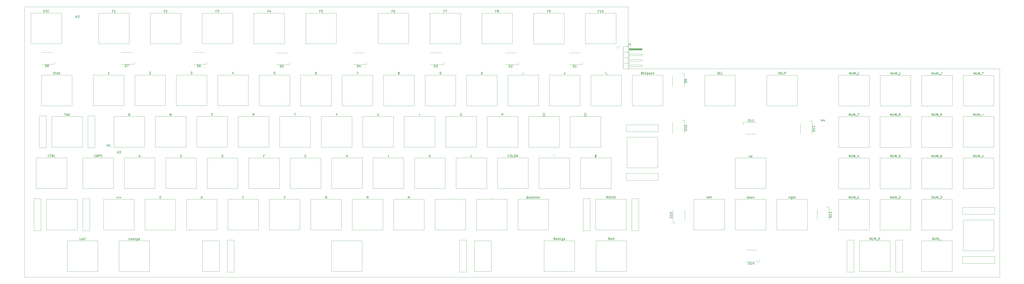
<source format=gto>
%TF.GenerationSoftware,KiCad,Pcbnew,(5.1.6-0)*%
%TF.CreationDate,2022-03-28T09:53:18+02:00*%
%TF.ProjectId,A500KBPlate,41353030-4b42-4506-9c61-74652e6b6963,rev?*%
%TF.SameCoordinates,Original*%
%TF.FileFunction,Legend,Top*%
%TF.FilePolarity,Positive*%
%FSLAX46Y46*%
G04 Gerber Fmt 4.6, Leading zero omitted, Abs format (unit mm)*
G04 Created by KiCad (PCBNEW (5.1.6-0)) date 2022-03-28 09:53:18*
%MOMM*%
%LPD*%
G01*
G04 APERTURE LIST*
%TA.AperFunction,Profile*%
%ADD10C,0.050000*%
%TD*%
%TA.AperFunction,Profile*%
%ADD11C,0.120000*%
%TD*%
%ADD12C,0.120000*%
%ADD13C,0.150000*%
G04 APERTURE END LIST*
D10*
X25400000Y-236220000D02*
X26035000Y-236220000D01*
X25400000Y-360680000D02*
X25400000Y-236220000D01*
X473710000Y-360680000D02*
X25400000Y-360680000D01*
X473710000Y-264795000D02*
X473710000Y-360680000D01*
X302895000Y-264795000D02*
X473710000Y-264795000D01*
X302895000Y-236220000D02*
X302895000Y-264795000D01*
X26035000Y-236220000D02*
X302895000Y-236220000D01*
D11*
%TO.C,MX96*%
X456931800Y-348476800D02*
X456931800Y-334376800D01*
X471031800Y-348476800D02*
X456931800Y-348476800D01*
X471031800Y-334376800D02*
X471031800Y-348476800D01*
X456931800Y-334376800D02*
X471031800Y-334376800D01*
X456631800Y-331726800D02*
X456631800Y-328526800D01*
X456631800Y-328526800D02*
X471331800Y-328526800D01*
X471331800Y-328526800D02*
X471331800Y-331726800D01*
X471331800Y-331726800D02*
X456631800Y-331726800D01*
X456631800Y-351126800D02*
X471331800Y-351126800D01*
X471331800Y-351126800D02*
X471331800Y-354326800D01*
X471331800Y-354326800D02*
X456631800Y-354326800D01*
X456631800Y-354326800D02*
X456631800Y-351126800D01*
%TO.C,MX71*%
X302102400Y-293697600D02*
X302102400Y-290497600D01*
X302102400Y-290497600D02*
X316802400Y-290497600D01*
X316802400Y-290497600D02*
X316802400Y-293697600D01*
X316802400Y-293697600D02*
X302102400Y-293697600D01*
X302102400Y-312897600D02*
X316802400Y-312897600D01*
X316802400Y-312897600D02*
X316802400Y-316097600D01*
X316802400Y-316097600D02*
X302102400Y-316097600D01*
X302102400Y-316097600D02*
X302102400Y-312897600D01*
X302402400Y-310347600D02*
X302402400Y-296247600D01*
X316502400Y-310347600D02*
X302402400Y-310347600D01*
X316502400Y-296247600D02*
X316502400Y-310347600D01*
X302402400Y-296247600D02*
X316502400Y-296247600D01*
%TO.C,MX33*%
X166559000Y-358001800D02*
X166559000Y-343901800D01*
X180659000Y-358001800D02*
X166559000Y-358001800D01*
X180659000Y-343901800D02*
X180659000Y-358001800D01*
X166559000Y-343901800D02*
X180659000Y-343901800D01*
X115009000Y-343951800D02*
X107209000Y-343951800D01*
X107209000Y-343951800D02*
X107209000Y-357951800D01*
X107209000Y-357951800D02*
X115009000Y-357951800D01*
X115009000Y-357951800D02*
X115009000Y-343951800D01*
X232209000Y-343951800D02*
X240009000Y-343951800D01*
X240009000Y-343951800D02*
X240009000Y-357951800D01*
X240009000Y-357951800D02*
X232209000Y-357951800D01*
X232209000Y-357951800D02*
X232209000Y-343951800D01*
X225409000Y-343601800D02*
X228609000Y-343601800D01*
X228609000Y-343601800D02*
X228609000Y-358301800D01*
X228609000Y-358301800D02*
X225409000Y-358301800D01*
X225409000Y-358301800D02*
X225409000Y-343601800D01*
X121809000Y-343601800D02*
X118609000Y-343601800D01*
X118609000Y-343601800D02*
X118609000Y-358301800D01*
X118609000Y-358301800D02*
X121809000Y-358301800D01*
X121809000Y-358301800D02*
X121809000Y-343601800D01*
D12*
%TO.C,D15*%
X323514000Y-335718000D02*
X323514000Y-329618000D01*
X324614000Y-335718000D02*
X323514000Y-335718000D01*
X328914000Y-329618000D02*
X328914000Y-334618000D01*
%TO.C,D14*%
X363124000Y-353552000D02*
X357024000Y-353552000D01*
X363124000Y-352452000D02*
X363124000Y-353552000D01*
X357024000Y-348152000D02*
X362024000Y-348152000D01*
%TO.C,D13*%
X395208000Y-328378000D02*
X395208000Y-334478000D01*
X394108000Y-328378000D02*
X395208000Y-328378000D01*
X389808000Y-334478000D02*
X389808000Y-329478000D01*
%TO.C,J1*%
X300652000Y-254448000D02*
X300652000Y-264728000D01*
X300652000Y-264728000D02*
X303312000Y-264728000D01*
X303312000Y-264728000D02*
X303312000Y-254448000D01*
X303312000Y-254448000D02*
X300652000Y-254448000D01*
X303312000Y-255398000D02*
X309312000Y-255398000D01*
X309312000Y-255398000D02*
X309312000Y-256158000D01*
X309312000Y-256158000D02*
X303312000Y-256158000D01*
X303312000Y-255458000D02*
X309312000Y-255458000D01*
X303312000Y-255578000D02*
X309312000Y-255578000D01*
X303312000Y-255698000D02*
X309312000Y-255698000D01*
X303312000Y-255818000D02*
X309312000Y-255818000D01*
X303312000Y-255938000D02*
X309312000Y-255938000D01*
X303312000Y-256058000D02*
X309312000Y-256058000D01*
X300322000Y-255398000D02*
X300652000Y-255398000D01*
X300322000Y-256158000D02*
X300652000Y-256158000D01*
X300652000Y-257048000D02*
X303312000Y-257048000D01*
X303312000Y-257938000D02*
X309312000Y-257938000D01*
X309312000Y-257938000D02*
X309312000Y-258698000D01*
X309312000Y-258698000D02*
X303312000Y-258698000D01*
X300254929Y-257938000D02*
X300652000Y-257938000D01*
X300254929Y-258698000D02*
X300652000Y-258698000D01*
X300652000Y-259588000D02*
X303312000Y-259588000D01*
X303312000Y-260478000D02*
X309312000Y-260478000D01*
X309312000Y-260478000D02*
X309312000Y-261238000D01*
X309312000Y-261238000D02*
X303312000Y-261238000D01*
X300254929Y-260478000D02*
X300652000Y-260478000D01*
X300254929Y-261238000D02*
X300652000Y-261238000D01*
X300652000Y-262128000D02*
X303312000Y-262128000D01*
X303312000Y-263018000D02*
X309312000Y-263018000D01*
X309312000Y-263018000D02*
X309312000Y-263778000D01*
X309312000Y-263778000D02*
X303312000Y-263778000D01*
X300254929Y-263018000D02*
X300652000Y-263018000D01*
X300254929Y-263778000D02*
X300652000Y-263778000D01*
X297942000Y-255778000D02*
X297942000Y-254508000D01*
X297942000Y-254508000D02*
X299212000Y-254508000D01*
%TO.C,D12*%
X387500000Y-288750000D02*
X387500000Y-294850000D01*
X386400000Y-288750000D02*
X387500000Y-288750000D01*
X382100000Y-294850000D02*
X382100000Y-289850000D01*
%TO.C,D11*%
X355810000Y-289400000D02*
X361910000Y-289400000D01*
X355810000Y-290500000D02*
X355810000Y-289400000D01*
X361910000Y-294800000D02*
X356910000Y-294800000D01*
%TO.C,D10*%
X328660000Y-288360000D02*
X328660000Y-294460000D01*
X327560000Y-288360000D02*
X328660000Y-288360000D01*
X323260000Y-294460000D02*
X323260000Y-289460000D01*
%TO.C,D9*%
X328660000Y-266770000D02*
X328660000Y-272870000D01*
X327560000Y-266770000D02*
X328660000Y-266770000D01*
X323260000Y-272870000D02*
X323260000Y-267870000D01*
%TO.C,D8*%
X39300000Y-262620000D02*
X33200000Y-262620000D01*
X39300000Y-261520000D02*
X39300000Y-262620000D01*
X33200000Y-257220000D02*
X38200000Y-257220000D01*
%TO.C,D7*%
X75990000Y-262620000D02*
X69890000Y-262620000D01*
X75990000Y-261520000D02*
X75990000Y-262620000D01*
X69890000Y-257220000D02*
X74890000Y-257220000D01*
%TO.C,D6*%
X109150000Y-262620000D02*
X103050000Y-262620000D01*
X109150000Y-261520000D02*
X109150000Y-262620000D01*
X103050000Y-257220000D02*
X108050000Y-257220000D01*
%TO.C,D5*%
X147250000Y-262846800D02*
X141150000Y-262846800D01*
X147250000Y-261746800D02*
X147250000Y-262846800D01*
X141150000Y-257446800D02*
X146150000Y-257446800D01*
%TO.C,D4*%
X182670000Y-262772400D02*
X176570000Y-262772400D01*
X182670000Y-261672400D02*
X182670000Y-262772400D01*
X176570000Y-257372400D02*
X181570000Y-257372400D01*
%TO.C,D3*%
X218090000Y-262819600D02*
X211990000Y-262819600D01*
X218090000Y-261719600D02*
X218090000Y-262819600D01*
X211990000Y-257419600D02*
X216990000Y-257419600D01*
%TO.C,D2*%
X252520000Y-262823200D02*
X246420000Y-262823200D01*
X252520000Y-261723200D02*
X252520000Y-262823200D01*
X246420000Y-257423200D02*
X251420000Y-257423200D01*
%TO.C,D1*%
X281996400Y-262819600D02*
X275896400Y-262819600D01*
X281996400Y-261719600D02*
X281996400Y-262819600D01*
X275896400Y-257419600D02*
X280896400Y-257419600D01*
D11*
%TO.C,MX68*%
X304595600Y-324526400D02*
X307795600Y-324526400D01*
X307795600Y-324526400D02*
X307795600Y-339226400D01*
X307795600Y-339226400D02*
X304595600Y-339226400D01*
X304595600Y-339226400D02*
X304595600Y-324526400D01*
X285395600Y-324526400D02*
X282195600Y-324526400D01*
X282195600Y-324526400D02*
X282195600Y-339226400D01*
X282195600Y-339226400D02*
X285395600Y-339226400D01*
X285395600Y-339226400D02*
X285395600Y-324526400D01*
X287945600Y-338926400D02*
X287945600Y-324826400D01*
X302045600Y-338926400D02*
X287945600Y-338926400D01*
X302045600Y-324826400D02*
X302045600Y-338926400D01*
X287945600Y-324826400D02*
X302045600Y-324826400D01*
%TO.C,MX5*%
X35520400Y-338926400D02*
X35520400Y-324826400D01*
X49620400Y-338926400D02*
X35520400Y-338926400D01*
X49620400Y-324826400D02*
X49620400Y-338926400D01*
X35520400Y-324826400D02*
X49620400Y-324826400D01*
X52170400Y-324526400D02*
X55370400Y-324526400D01*
X55370400Y-324526400D02*
X55370400Y-339226400D01*
X55370400Y-339226400D02*
X52170400Y-339226400D01*
X52170400Y-339226400D02*
X52170400Y-324526400D01*
X32970400Y-324526400D02*
X29770400Y-324526400D01*
X29770400Y-324526400D02*
X29770400Y-339226400D01*
X29770400Y-339226400D02*
X32970400Y-339226400D01*
X32970400Y-339226400D02*
X32970400Y-324526400D01*
%TO.C,MX77*%
X366664400Y-281798000D02*
X366664400Y-267698000D01*
X380764400Y-281798000D02*
X366664400Y-281798000D01*
X380764400Y-267698000D02*
X380764400Y-281798000D01*
X366664400Y-267698000D02*
X380764400Y-267698000D01*
%TO.C,MX73*%
X338064000Y-281798000D02*
X338064000Y-267698000D01*
X352164000Y-281798000D02*
X338064000Y-281798000D01*
X352164000Y-267698000D02*
X352164000Y-281798000D01*
X338064000Y-267698000D02*
X352164000Y-267698000D01*
%TO.C,MX2*%
X33183600Y-281751000D02*
X33183600Y-267651000D01*
X47283600Y-281751000D02*
X33183600Y-281751000D01*
X47283600Y-267651000D02*
X47283600Y-281751000D01*
X33183600Y-267651000D02*
X47283600Y-267651000D01*
%TO.C,MX3*%
X37927050Y-300801000D02*
X37927050Y-286701000D01*
X52027050Y-300801000D02*
X37927050Y-300801000D01*
X52027050Y-286701000D02*
X52027050Y-300801000D01*
X37927050Y-286701000D02*
X52027050Y-286701000D01*
X54577050Y-286401000D02*
X57777050Y-286401000D01*
X57777050Y-286401000D02*
X57777050Y-301101000D01*
X57777050Y-301101000D02*
X54577050Y-301101000D01*
X54577050Y-301101000D02*
X54577050Y-286401000D01*
X35377050Y-286401000D02*
X32177050Y-286401000D01*
X32177050Y-286401000D02*
X32177050Y-301101000D01*
X32177050Y-301101000D02*
X35377050Y-301101000D01*
X35377050Y-301101000D02*
X35377050Y-286401000D01*
%TO.C,MX64*%
X288127600Y-357998000D02*
X288127600Y-343898000D01*
X302227600Y-357998000D02*
X288127600Y-357998000D01*
X302227600Y-343898000D02*
X302227600Y-357998000D01*
X288127600Y-343898000D02*
X302227600Y-343898000D01*
%TO.C,MX59*%
X264251600Y-357998000D02*
X264251600Y-343898000D01*
X278351600Y-357998000D02*
X264251600Y-357998000D01*
X278351600Y-343898000D02*
X278351600Y-357998000D01*
X264251600Y-343898000D02*
X278351600Y-343898000D01*
%TO.C,MX54*%
X283272000Y-253277600D02*
X283272000Y-239177600D01*
X297372000Y-253277600D02*
X283272000Y-253277600D01*
X297372000Y-239177600D02*
X297372000Y-253277600D01*
X283272000Y-239177600D02*
X297372000Y-239177600D01*
%TO.C,MX49*%
X259468000Y-253299200D02*
X259468000Y-239199200D01*
X273568000Y-253299200D02*
X259468000Y-253299200D01*
X273568000Y-239199200D02*
X273568000Y-253299200D01*
X259468000Y-239199200D02*
X273568000Y-239199200D01*
%TO.C,MX44*%
X235621600Y-253277600D02*
X235621600Y-239177600D01*
X249721600Y-253277600D02*
X235621600Y-253277600D01*
X249721600Y-239177600D02*
X249721600Y-253277600D01*
X235621600Y-239177600D02*
X249721600Y-239177600D01*
%TO.C,MX39*%
X211796400Y-253277600D02*
X211796400Y-239177600D01*
X225896400Y-253277600D02*
X211796400Y-253277600D01*
X225896400Y-239177600D02*
X225896400Y-253277600D01*
X211796400Y-239177600D02*
X225896400Y-239177600D01*
%TO.C,MX34*%
X187971200Y-253277600D02*
X187971200Y-239177600D01*
X202071200Y-253277600D02*
X187971200Y-253277600D01*
X202071200Y-239177600D02*
X202071200Y-253277600D01*
X187971200Y-239177600D02*
X202071200Y-239177600D01*
%TO.C,MX28*%
X154697200Y-253277600D02*
X154697200Y-239177600D01*
X168797200Y-253277600D02*
X154697200Y-253277600D01*
X168797200Y-239177600D02*
X168797200Y-253277600D01*
X154697200Y-239177600D02*
X168797200Y-239177600D01*
%TO.C,MX23*%
X130872000Y-253277600D02*
X130872000Y-239177600D01*
X144972000Y-253277600D02*
X130872000Y-253277600D01*
X144972000Y-239177600D02*
X144972000Y-253277600D01*
X130872000Y-239177600D02*
X144972000Y-239177600D01*
%TO.C,MX18*%
X107046800Y-253277600D02*
X107046800Y-239177600D01*
X121146800Y-253277600D02*
X107046800Y-253277600D01*
X121146800Y-239177600D02*
X121146800Y-253277600D01*
X107046800Y-239177600D02*
X121146800Y-239177600D01*
%TO.C,MX13*%
X83221600Y-253277600D02*
X83221600Y-239177600D01*
X97321600Y-253277600D02*
X83221600Y-253277600D01*
X97321600Y-239177600D02*
X97321600Y-253277600D01*
X83221600Y-239177600D02*
X97321600Y-239177600D01*
%TO.C,MX12*%
X68845200Y-358027200D02*
X68845200Y-343927200D01*
X82945200Y-358027200D02*
X68845200Y-358027200D01*
X82945200Y-343927200D02*
X82945200Y-358027200D01*
X68845200Y-343927200D02*
X82945200Y-343927200D01*
%TO.C,MX7*%
X59447200Y-253277600D02*
X59447200Y-239177600D01*
X73547200Y-253277600D02*
X59447200Y-253277600D01*
X73547200Y-239177600D02*
X73547200Y-253277600D01*
X59447200Y-239177600D02*
X73547200Y-239177600D01*
%TO.C,MX6*%
X45041200Y-358048800D02*
X45041200Y-343948800D01*
X59141200Y-358048800D02*
X45041200Y-358048800D01*
X59141200Y-343948800D02*
X59141200Y-358048800D01*
X45041200Y-343948800D02*
X59141200Y-343948800D01*
%TO.C,MX4*%
X30774800Y-319847200D02*
X30774800Y-305747200D01*
X44874800Y-319847200D02*
X30774800Y-319847200D01*
X44874800Y-305747200D02*
X44874800Y-319847200D01*
X30774800Y-305747200D02*
X44874800Y-305747200D01*
%TO.C,MX83*%
X409224250Y-358001800D02*
X409224250Y-343901800D01*
X423324250Y-358001800D02*
X409224250Y-358001800D01*
X423324250Y-343901800D02*
X423324250Y-358001800D01*
X409224250Y-343901800D02*
X423324250Y-343901800D01*
X425874250Y-343601800D02*
X429074250Y-343601800D01*
X429074250Y-343601800D02*
X429074250Y-358301800D01*
X429074250Y-358301800D02*
X425874250Y-358301800D01*
X425874250Y-358301800D02*
X425874250Y-343601800D01*
X406674250Y-343601800D02*
X403474250Y-343601800D01*
X403474250Y-343601800D02*
X403474250Y-358301800D01*
X403474250Y-358301800D02*
X406674250Y-358301800D01*
X406674250Y-358301800D02*
X406674250Y-343601800D01*
%TO.C,MX95*%
X456957200Y-319876400D02*
X456957200Y-305776400D01*
X471057200Y-319876400D02*
X456957200Y-319876400D01*
X471057200Y-305776400D02*
X471057200Y-319876400D01*
X456957200Y-305776400D02*
X471057200Y-305776400D01*
%TO.C,MX94*%
X456957200Y-300826400D02*
X456957200Y-286726400D01*
X471057200Y-300826400D02*
X456957200Y-300826400D01*
X471057200Y-286726400D02*
X471057200Y-300826400D01*
X456957200Y-286726400D02*
X471057200Y-286726400D01*
%TO.C,MX93*%
X456957200Y-281878000D02*
X456957200Y-267778000D01*
X471057200Y-281878000D02*
X456957200Y-281878000D01*
X471057200Y-267778000D02*
X471057200Y-281878000D01*
X456957200Y-267778000D02*
X471057200Y-267778000D01*
%TO.C,MX92*%
X437784400Y-357998000D02*
X437784400Y-343898000D01*
X451884400Y-357998000D02*
X437784400Y-357998000D01*
X451884400Y-343898000D02*
X451884400Y-357998000D01*
X437784400Y-343898000D02*
X451884400Y-343898000D01*
%TO.C,MX91*%
X437805600Y-338926400D02*
X437805600Y-324826400D01*
X451905600Y-338926400D02*
X437805600Y-338926400D01*
X451905600Y-324826400D02*
X451905600Y-338926400D01*
X437805600Y-324826400D02*
X451905600Y-324826400D01*
%TO.C,MX90*%
X437805600Y-319927200D02*
X437805600Y-305827200D01*
X451905600Y-319927200D02*
X437805600Y-319927200D01*
X451905600Y-305827200D02*
X451905600Y-319927200D01*
X437805600Y-305827200D02*
X451905600Y-305827200D01*
%TO.C,MX89*%
X437754800Y-300877200D02*
X437754800Y-286777200D01*
X451854800Y-300877200D02*
X437754800Y-300877200D01*
X451854800Y-286777200D02*
X451854800Y-300877200D01*
X437754800Y-286777200D02*
X451854800Y-286777200D01*
%TO.C,MX88*%
X437856400Y-281878000D02*
X437856400Y-267778000D01*
X451956400Y-281878000D02*
X437856400Y-281878000D01*
X451956400Y-267778000D02*
X451956400Y-281878000D01*
X437856400Y-267778000D02*
X451956400Y-267778000D01*
%TO.C,MX87*%
X418734400Y-338948000D02*
X418734400Y-324848000D01*
X432834400Y-338948000D02*
X418734400Y-338948000D01*
X432834400Y-324848000D02*
X432834400Y-338948000D01*
X418734400Y-324848000D02*
X432834400Y-324848000D01*
%TO.C,MX86*%
X418704800Y-319927200D02*
X418704800Y-305827200D01*
X432804800Y-319927200D02*
X418704800Y-319927200D01*
X432804800Y-305827200D02*
X432804800Y-319927200D01*
X418704800Y-305827200D02*
X432804800Y-305827200D01*
%TO.C,MX85*%
X418704800Y-300877200D02*
X418704800Y-286777200D01*
X432804800Y-300877200D02*
X418704800Y-300877200D01*
X432804800Y-286777200D02*
X432804800Y-300877200D01*
X418704800Y-286777200D02*
X432804800Y-286777200D01*
%TO.C,MX84*%
X418755600Y-281878000D02*
X418755600Y-267778000D01*
X432855600Y-281878000D02*
X418755600Y-281878000D01*
X432855600Y-267778000D02*
X432855600Y-281878000D01*
X418755600Y-267778000D02*
X432855600Y-267778000D01*
%TO.C,MX82*%
X399684400Y-338948000D02*
X399684400Y-324848000D01*
X413784400Y-338948000D02*
X399684400Y-338948000D01*
X413784400Y-324848000D02*
X413784400Y-338948000D01*
X399684400Y-324848000D02*
X413784400Y-324848000D01*
%TO.C,MX81*%
X399654800Y-319927200D02*
X399654800Y-305827200D01*
X413754800Y-319927200D02*
X399654800Y-319927200D01*
X413754800Y-305827200D02*
X413754800Y-319927200D01*
X399654800Y-305827200D02*
X413754800Y-305827200D01*
%TO.C,MX80*%
X399654800Y-300877200D02*
X399654800Y-286777200D01*
X413754800Y-300877200D02*
X399654800Y-300877200D01*
X413754800Y-286777200D02*
X413754800Y-300877200D01*
X399654800Y-286777200D02*
X413754800Y-286777200D01*
%TO.C,MX79*%
X399654800Y-281827200D02*
X399654800Y-267727200D01*
X413754800Y-281827200D02*
X399654800Y-281827200D01*
X413754800Y-267727200D02*
X413754800Y-281827200D01*
X399654800Y-267727200D02*
X413754800Y-267727200D01*
%TO.C,MX78*%
X371206800Y-338926400D02*
X371206800Y-324826400D01*
X385306800Y-338926400D02*
X371206800Y-338926400D01*
X385306800Y-324826400D02*
X385306800Y-338926400D01*
X371206800Y-324826400D02*
X385306800Y-324826400D01*
%TO.C,MX76*%
X352186400Y-338926400D02*
X352186400Y-324826400D01*
X366286400Y-338926400D02*
X352186400Y-338926400D01*
X366286400Y-324826400D02*
X366286400Y-338926400D01*
X352186400Y-324826400D02*
X366286400Y-324826400D01*
%TO.C,MX75*%
X352156800Y-319876400D02*
X352156800Y-305776400D01*
X366256800Y-319876400D02*
X352156800Y-319876400D01*
X366256800Y-305776400D02*
X366256800Y-319876400D01*
X352156800Y-305776400D02*
X366256800Y-305776400D01*
%TO.C,MX74*%
X333106800Y-338926400D02*
X333106800Y-324826400D01*
X347206800Y-338926400D02*
X333106800Y-338926400D01*
X347206800Y-324826400D02*
X347206800Y-338926400D01*
X333106800Y-324826400D02*
X347206800Y-324826400D01*
%TO.C,MX72*%
X304811200Y-281776400D02*
X304811200Y-267676400D01*
X318911200Y-281776400D02*
X304811200Y-281776400D01*
X318911200Y-267676400D02*
X318911200Y-281776400D01*
X304811200Y-267676400D02*
X318911200Y-267676400D01*
%TO.C,MX70*%
X280986000Y-319876400D02*
X280986000Y-305776400D01*
X295086000Y-319876400D02*
X280986000Y-319876400D01*
X295086000Y-305776400D02*
X295086000Y-319876400D01*
X280986000Y-305776400D02*
X295086000Y-305776400D01*
%TO.C,MX69*%
X285761200Y-281776400D02*
X285761200Y-267676400D01*
X299861200Y-281776400D02*
X285761200Y-281776400D01*
X299861200Y-267676400D02*
X299861200Y-281776400D01*
X285761200Y-267676400D02*
X299861200Y-267676400D01*
%TO.C,MX67*%
X261936000Y-319876400D02*
X261936000Y-305776400D01*
X276036000Y-319876400D02*
X261936000Y-319876400D01*
X276036000Y-305776400D02*
X276036000Y-319876400D01*
X261936000Y-305776400D02*
X276036000Y-305776400D01*
%TO.C,MX66*%
X276210800Y-300826400D02*
X276210800Y-286726400D01*
X290310800Y-300826400D02*
X276210800Y-300826400D01*
X290310800Y-286726400D02*
X290310800Y-300826400D01*
X276210800Y-286726400D02*
X290310800Y-286726400D01*
%TO.C,MX65*%
X266711200Y-281776400D02*
X266711200Y-267676400D01*
X280811200Y-281776400D02*
X266711200Y-281776400D01*
X280811200Y-267676400D02*
X280811200Y-281776400D01*
X266711200Y-267676400D02*
X280811200Y-267676400D01*
%TO.C,MX63*%
X252233200Y-338926400D02*
X252233200Y-324826400D01*
X266333200Y-338926400D02*
X252233200Y-338926400D01*
X266333200Y-324826400D02*
X266333200Y-338926400D01*
X252233200Y-324826400D02*
X266333200Y-324826400D01*
%TO.C,MX62*%
X242886000Y-319876400D02*
X242886000Y-305776400D01*
X256986000Y-319876400D02*
X242886000Y-319876400D01*
X256986000Y-305776400D02*
X256986000Y-319876400D01*
X242886000Y-305776400D02*
X256986000Y-305776400D01*
%TO.C,MX61*%
X257160800Y-300826400D02*
X257160800Y-286726400D01*
X271260800Y-300826400D02*
X257160800Y-300826400D01*
X271260800Y-286726400D02*
X271260800Y-300826400D01*
X257160800Y-286726400D02*
X271260800Y-286726400D01*
%TO.C,MX60*%
X247661200Y-281776400D02*
X247661200Y-267676400D01*
X261761200Y-281776400D02*
X247661200Y-281776400D01*
X261761200Y-267676400D02*
X261761200Y-281776400D01*
X247661200Y-267676400D02*
X261761200Y-267676400D01*
%TO.C,MX58*%
X233183200Y-338926400D02*
X233183200Y-324826400D01*
X247283200Y-338926400D02*
X233183200Y-338926400D01*
X247283200Y-324826400D02*
X247283200Y-338926400D01*
X233183200Y-324826400D02*
X247283200Y-324826400D01*
%TO.C,MX57*%
X223836000Y-319876400D02*
X223836000Y-305776400D01*
X237936000Y-319876400D02*
X223836000Y-319876400D01*
X237936000Y-305776400D02*
X237936000Y-319876400D01*
X223836000Y-305776400D02*
X237936000Y-305776400D01*
%TO.C,MX56*%
X238110800Y-300826400D02*
X238110800Y-286726400D01*
X252210800Y-300826400D02*
X238110800Y-300826400D01*
X252210800Y-286726400D02*
X252210800Y-300826400D01*
X238110800Y-286726400D02*
X252210800Y-286726400D01*
%TO.C,MX55*%
X228611200Y-281776400D02*
X228611200Y-267676400D01*
X242711200Y-281776400D02*
X228611200Y-281776400D01*
X242711200Y-267676400D02*
X242711200Y-281776400D01*
X228611200Y-267676400D02*
X242711200Y-267676400D01*
%TO.C,MX53*%
X214133200Y-338926400D02*
X214133200Y-324826400D01*
X228233200Y-338926400D02*
X214133200Y-338926400D01*
X228233200Y-324826400D02*
X228233200Y-338926400D01*
X214133200Y-324826400D02*
X228233200Y-324826400D01*
%TO.C,MX52*%
X204735200Y-319876400D02*
X204735200Y-305776400D01*
X218835200Y-319876400D02*
X204735200Y-319876400D01*
X218835200Y-305776400D02*
X218835200Y-319876400D01*
X204735200Y-305776400D02*
X218835200Y-305776400D01*
%TO.C,MX51*%
X219060800Y-300826400D02*
X219060800Y-286726400D01*
X233160800Y-300826400D02*
X219060800Y-300826400D01*
X233160800Y-286726400D02*
X233160800Y-300826400D01*
X219060800Y-286726400D02*
X233160800Y-286726400D01*
%TO.C,MX50*%
X209561200Y-281776400D02*
X209561200Y-267676400D01*
X223661200Y-281776400D02*
X209561200Y-281776400D01*
X223661200Y-267676400D02*
X223661200Y-281776400D01*
X209561200Y-267676400D02*
X223661200Y-267676400D01*
%TO.C,MX48*%
X195083200Y-338926400D02*
X195083200Y-324826400D01*
X209183200Y-338926400D02*
X195083200Y-338926400D01*
X209183200Y-324826400D02*
X209183200Y-338926400D01*
X195083200Y-324826400D02*
X209183200Y-324826400D01*
%TO.C,MX47*%
X185634400Y-319876400D02*
X185634400Y-305776400D01*
X199734400Y-319876400D02*
X185634400Y-319876400D01*
X199734400Y-305776400D02*
X199734400Y-319876400D01*
X185634400Y-305776400D02*
X199734400Y-305776400D01*
%TO.C,MX46*%
X199960000Y-300826400D02*
X199960000Y-286726400D01*
X214060000Y-300826400D02*
X199960000Y-300826400D01*
X214060000Y-286726400D02*
X214060000Y-300826400D01*
X199960000Y-286726400D02*
X214060000Y-286726400D01*
%TO.C,MX45*%
X190460400Y-281776400D02*
X190460400Y-267676400D01*
X204560400Y-281776400D02*
X190460400Y-281776400D01*
X204560400Y-267676400D02*
X204560400Y-281776400D01*
X190460400Y-267676400D02*
X204560400Y-267676400D01*
%TO.C,MX43*%
X176062800Y-338926400D02*
X176062800Y-324826400D01*
X190162800Y-338926400D02*
X176062800Y-338926400D01*
X190162800Y-324826400D02*
X190162800Y-338926400D01*
X176062800Y-324826400D02*
X190162800Y-324826400D01*
%TO.C,MX42*%
X166584400Y-319876400D02*
X166584400Y-305776400D01*
X180684400Y-319876400D02*
X166584400Y-319876400D01*
X180684400Y-305776400D02*
X180684400Y-319876400D01*
X166584400Y-305776400D02*
X180684400Y-305776400D01*
%TO.C,MX41*%
X180910000Y-300826400D02*
X180910000Y-286726400D01*
X195010000Y-300826400D02*
X180910000Y-300826400D01*
X195010000Y-286726400D02*
X195010000Y-300826400D01*
X180910000Y-286726400D02*
X195010000Y-286726400D01*
%TO.C,MX40*%
X171410400Y-281776400D02*
X171410400Y-267676400D01*
X185510400Y-281776400D02*
X171410400Y-281776400D01*
X185510400Y-267676400D02*
X185510400Y-281776400D01*
X171410400Y-267676400D02*
X185510400Y-267676400D01*
%TO.C,MX38*%
X157034000Y-338926400D02*
X157034000Y-324826400D01*
X171134000Y-338926400D02*
X157034000Y-338926400D01*
X171134000Y-324826400D02*
X171134000Y-338926400D01*
X157034000Y-324826400D02*
X171134000Y-324826400D01*
%TO.C,MX37*%
X147513200Y-319898000D02*
X147513200Y-305798000D01*
X161613200Y-319898000D02*
X147513200Y-319898000D01*
X161613200Y-305798000D02*
X161613200Y-319898000D01*
X147513200Y-305798000D02*
X161613200Y-305798000D01*
%TO.C,MX36*%
X161860000Y-300826400D02*
X161860000Y-286726400D01*
X175960000Y-300826400D02*
X161860000Y-300826400D01*
X175960000Y-286726400D02*
X175960000Y-300826400D01*
X161860000Y-286726400D02*
X175960000Y-286726400D01*
%TO.C,MX35*%
X152360400Y-281776400D02*
X152360400Y-267676400D01*
X166460400Y-281776400D02*
X152360400Y-281776400D01*
X166460400Y-267676400D02*
X166460400Y-281776400D01*
X152360400Y-267676400D02*
X166460400Y-267676400D01*
%TO.C,MX32*%
X137933200Y-338926400D02*
X137933200Y-324826400D01*
X152033200Y-338926400D02*
X137933200Y-338926400D01*
X152033200Y-324826400D02*
X152033200Y-338926400D01*
X137933200Y-324826400D02*
X152033200Y-324826400D01*
%TO.C,MX31*%
X128484400Y-319898000D02*
X128484400Y-305798000D01*
X142584400Y-319898000D02*
X128484400Y-319898000D01*
X142584400Y-305798000D02*
X142584400Y-319898000D01*
X128484400Y-305798000D02*
X142584400Y-305798000D01*
%TO.C,MX30*%
X142708400Y-300826400D02*
X142708400Y-286726400D01*
X156808400Y-300826400D02*
X142708400Y-300826400D01*
X156808400Y-286726400D02*
X156808400Y-300826400D01*
X142708400Y-286726400D02*
X156808400Y-286726400D01*
%TO.C,MX29*%
X133289200Y-281747200D02*
X133289200Y-267647200D01*
X147389200Y-281747200D02*
X133289200Y-281747200D01*
X147389200Y-267647200D02*
X147389200Y-281747200D01*
X133289200Y-267647200D02*
X147389200Y-267647200D01*
%TO.C,MX27*%
X118883200Y-338926400D02*
X118883200Y-324826400D01*
X132983200Y-338926400D02*
X118883200Y-338926400D01*
X132983200Y-324826400D02*
X132983200Y-338926400D01*
X118883200Y-324826400D02*
X132983200Y-324826400D01*
%TO.C,MX26*%
X109404800Y-319898000D02*
X109404800Y-305798000D01*
X123504800Y-319898000D02*
X109404800Y-319898000D01*
X123504800Y-305798000D02*
X123504800Y-319898000D01*
X109404800Y-305798000D02*
X123504800Y-305798000D01*
%TO.C,MX25*%
X123658400Y-300826400D02*
X123658400Y-286726400D01*
X137758400Y-300826400D02*
X123658400Y-300826400D01*
X137758400Y-286726400D02*
X137758400Y-300826400D01*
X123658400Y-286726400D02*
X137758400Y-286726400D01*
%TO.C,MX24*%
X114209600Y-281725600D02*
X114209600Y-267625600D01*
X128309600Y-281725600D02*
X114209600Y-281725600D01*
X128309600Y-267625600D02*
X128309600Y-281725600D01*
X114209600Y-267625600D02*
X128309600Y-267625600D01*
%TO.C,MX22*%
X99833200Y-338926400D02*
X99833200Y-324826400D01*
X113933200Y-338926400D02*
X99833200Y-338926400D01*
X113933200Y-324826400D02*
X113933200Y-338926400D01*
X99833200Y-324826400D02*
X113933200Y-324826400D01*
%TO.C,MX21*%
X90333600Y-319876400D02*
X90333600Y-305776400D01*
X104433600Y-319876400D02*
X90333600Y-319876400D01*
X104433600Y-305776400D02*
X104433600Y-319876400D01*
X90333600Y-305776400D02*
X104433600Y-305776400D01*
%TO.C,MX20*%
X104608400Y-300801000D02*
X104608400Y-286701000D01*
X118708400Y-300801000D02*
X104608400Y-300801000D01*
X118708400Y-286701000D02*
X118708400Y-300801000D01*
X104608400Y-286701000D02*
X118708400Y-286701000D01*
%TO.C,MX19*%
X95159600Y-281725600D02*
X95159600Y-267625600D01*
X109259600Y-281725600D02*
X95159600Y-281725600D01*
X109259600Y-267625600D02*
X109259600Y-281725600D01*
X95159600Y-267625600D02*
X109259600Y-267625600D01*
%TO.C,MX17*%
X80783200Y-338926400D02*
X80783200Y-324826400D01*
X94883200Y-338926400D02*
X80783200Y-338926400D01*
X94883200Y-324826400D02*
X94883200Y-338926400D01*
X80783200Y-324826400D02*
X94883200Y-324826400D01*
%TO.C,MX16*%
X71283600Y-319876400D02*
X71283600Y-305776400D01*
X85383600Y-319876400D02*
X71283600Y-319876400D01*
X85383600Y-305776400D02*
X85383600Y-319876400D01*
X71283600Y-305776400D02*
X85383600Y-305776400D01*
%TO.C,MX15*%
X85558400Y-300801000D02*
X85558400Y-286701000D01*
X99658400Y-300801000D02*
X85558400Y-300801000D01*
X99658400Y-286701000D02*
X99658400Y-300801000D01*
X85558400Y-286701000D02*
X99658400Y-286701000D01*
%TO.C,MX14*%
X76109600Y-281725600D02*
X76109600Y-267625600D01*
X90209600Y-281725600D02*
X76109600Y-281725600D01*
X90209600Y-267625600D02*
X90209600Y-281725600D01*
X76109600Y-267625600D02*
X90209600Y-267625600D01*
%TO.C,MX11*%
X61733200Y-338926400D02*
X61733200Y-324826400D01*
X75833200Y-338926400D02*
X61733200Y-338926400D01*
X75833200Y-324826400D02*
X75833200Y-338926400D01*
X61733200Y-324826400D02*
X75833200Y-324826400D01*
%TO.C,MX10*%
X52212400Y-319847200D02*
X52212400Y-305747200D01*
X66312400Y-319847200D02*
X52212400Y-319847200D01*
X66312400Y-305747200D02*
X66312400Y-319847200D01*
X52212400Y-305747200D02*
X66312400Y-305747200D01*
%TO.C,MX9*%
X66487200Y-300797200D02*
X66487200Y-286697200D01*
X80587200Y-300797200D02*
X66487200Y-300797200D01*
X80587200Y-286697200D02*
X80587200Y-300797200D01*
X66487200Y-286697200D02*
X80587200Y-286697200D01*
%TO.C,MX8*%
X57059600Y-281725600D02*
X57059600Y-267625600D01*
X71159600Y-281725600D02*
X57059600Y-281725600D01*
X71159600Y-267625600D02*
X71159600Y-281725600D01*
X57059600Y-267625600D02*
X71159600Y-267625600D01*
%TO.C,MX1*%
X28408400Y-253226800D02*
X28408400Y-239126800D01*
X42508400Y-253226800D02*
X28408400Y-253226800D01*
X42508400Y-239126800D02*
X42508400Y-253226800D01*
X28408400Y-239126800D02*
X42508400Y-239126800D01*
%TD*%
%TO.C,H4*%
D13*
X391688095Y-289002380D02*
X391688095Y-288002380D01*
X391688095Y-288478571D02*
X392259523Y-288478571D01*
X392259523Y-289002380D02*
X392259523Y-288002380D01*
X393164285Y-288335714D02*
X393164285Y-289002380D01*
X392926190Y-287954761D02*
X392688095Y-288669047D01*
X393307142Y-288669047D01*
%TO.C,H3*%
X48988095Y-241302380D02*
X48988095Y-240302380D01*
X48988095Y-240778571D02*
X49559523Y-240778571D01*
X49559523Y-241302380D02*
X49559523Y-240302380D01*
X49940476Y-240302380D02*
X50559523Y-240302380D01*
X50226190Y-240683333D01*
X50369047Y-240683333D01*
X50464285Y-240730952D01*
X50511904Y-240778571D01*
X50559523Y-240873809D01*
X50559523Y-241111904D01*
X50511904Y-241207142D01*
X50464285Y-241254761D01*
X50369047Y-241302380D01*
X50083333Y-241302380D01*
X49988095Y-241254761D01*
X49940476Y-241207142D01*
%TO.C,D15*%
X323166380Y-333332285D02*
X322166380Y-333332285D01*
X322166380Y-333094190D01*
X322214000Y-332951333D01*
X322309238Y-332856095D01*
X322404476Y-332808476D01*
X322594952Y-332760857D01*
X322737809Y-332760857D01*
X322928285Y-332808476D01*
X323023523Y-332856095D01*
X323118761Y-332951333D01*
X323166380Y-333094190D01*
X323166380Y-333332285D01*
X323166380Y-331808476D02*
X323166380Y-332379904D01*
X323166380Y-332094190D02*
X322166380Y-332094190D01*
X322309238Y-332189428D01*
X322404476Y-332284666D01*
X322452095Y-332379904D01*
X322166380Y-330903714D02*
X322166380Y-331379904D01*
X322642571Y-331427523D01*
X322594952Y-331379904D01*
X322547333Y-331284666D01*
X322547333Y-331046571D01*
X322594952Y-330951333D01*
X322642571Y-330903714D01*
X322737809Y-330856095D01*
X322975904Y-330856095D01*
X323071142Y-330903714D01*
X323118761Y-330951333D01*
X323166380Y-331046571D01*
X323166380Y-331284666D01*
X323118761Y-331379904D01*
X323071142Y-331427523D01*
%TO.C,D14*%
X358309714Y-354804380D02*
X358309714Y-353804380D01*
X358547809Y-353804380D01*
X358690666Y-353852000D01*
X358785904Y-353947238D01*
X358833523Y-354042476D01*
X358881142Y-354232952D01*
X358881142Y-354375809D01*
X358833523Y-354566285D01*
X358785904Y-354661523D01*
X358690666Y-354756761D01*
X358547809Y-354804380D01*
X358309714Y-354804380D01*
X359833523Y-354804380D02*
X359262095Y-354804380D01*
X359547809Y-354804380D02*
X359547809Y-353804380D01*
X359452571Y-353947238D01*
X359357333Y-354042476D01*
X359262095Y-354090095D01*
X360690666Y-354137714D02*
X360690666Y-354804380D01*
X360452571Y-353756761D02*
X360214476Y-354471047D01*
X360833523Y-354471047D01*
%TO.C,D13*%
X396460380Y-333192285D02*
X395460380Y-333192285D01*
X395460380Y-332954190D01*
X395508000Y-332811333D01*
X395603238Y-332716095D01*
X395698476Y-332668476D01*
X395888952Y-332620857D01*
X396031809Y-332620857D01*
X396222285Y-332668476D01*
X396317523Y-332716095D01*
X396412761Y-332811333D01*
X396460380Y-332954190D01*
X396460380Y-333192285D01*
X396460380Y-331668476D02*
X396460380Y-332239904D01*
X396460380Y-331954190D02*
X395460380Y-331954190D01*
X395603238Y-332049428D01*
X395698476Y-332144666D01*
X395746095Y-332239904D01*
X395460380Y-331335142D02*
X395460380Y-330716095D01*
X395841333Y-331049428D01*
X395841333Y-330906571D01*
X395888952Y-330811333D01*
X395936571Y-330763714D01*
X396031809Y-330716095D01*
X396269904Y-330716095D01*
X396365142Y-330763714D01*
X396412761Y-330811333D01*
X396460380Y-330906571D01*
X396460380Y-331192285D01*
X396412761Y-331287523D01*
X396365142Y-331335142D01*
%TO.C,J1*%
X303263666Y-252960380D02*
X303263666Y-253674666D01*
X303216047Y-253817523D01*
X303120809Y-253912761D01*
X302977952Y-253960380D01*
X302882714Y-253960380D01*
X304263666Y-253960380D02*
X303692238Y-253960380D01*
X303977952Y-253960380D02*
X303977952Y-252960380D01*
X303882714Y-253103238D01*
X303787476Y-253198476D01*
X303692238Y-253246095D01*
%TO.C,D12*%
X388752380Y-293564285D02*
X387752380Y-293564285D01*
X387752380Y-293326190D01*
X387800000Y-293183333D01*
X387895238Y-293088095D01*
X387990476Y-293040476D01*
X388180952Y-292992857D01*
X388323809Y-292992857D01*
X388514285Y-293040476D01*
X388609523Y-293088095D01*
X388704761Y-293183333D01*
X388752380Y-293326190D01*
X388752380Y-293564285D01*
X388752380Y-292040476D02*
X388752380Y-292611904D01*
X388752380Y-292326190D02*
X387752380Y-292326190D01*
X387895238Y-292421428D01*
X387990476Y-292516666D01*
X388038095Y-292611904D01*
X387847619Y-291659523D02*
X387800000Y-291611904D01*
X387752380Y-291516666D01*
X387752380Y-291278571D01*
X387800000Y-291183333D01*
X387847619Y-291135714D01*
X387942857Y-291088095D01*
X388038095Y-291088095D01*
X388180952Y-291135714D01*
X388752380Y-291707142D01*
X388752380Y-291088095D01*
%TO.C,D11*%
X358195714Y-289052380D02*
X358195714Y-288052380D01*
X358433809Y-288052380D01*
X358576666Y-288100000D01*
X358671904Y-288195238D01*
X358719523Y-288290476D01*
X358767142Y-288480952D01*
X358767142Y-288623809D01*
X358719523Y-288814285D01*
X358671904Y-288909523D01*
X358576666Y-289004761D01*
X358433809Y-289052380D01*
X358195714Y-289052380D01*
X359719523Y-289052380D02*
X359148095Y-289052380D01*
X359433809Y-289052380D02*
X359433809Y-288052380D01*
X359338571Y-288195238D01*
X359243333Y-288290476D01*
X359148095Y-288338095D01*
X360671904Y-289052380D02*
X360100476Y-289052380D01*
X360386190Y-289052380D02*
X360386190Y-288052380D01*
X360290952Y-288195238D01*
X360195714Y-288290476D01*
X360100476Y-288338095D01*
%TO.C,D10*%
X329912380Y-293174285D02*
X328912380Y-293174285D01*
X328912380Y-292936190D01*
X328960000Y-292793333D01*
X329055238Y-292698095D01*
X329150476Y-292650476D01*
X329340952Y-292602857D01*
X329483809Y-292602857D01*
X329674285Y-292650476D01*
X329769523Y-292698095D01*
X329864761Y-292793333D01*
X329912380Y-292936190D01*
X329912380Y-293174285D01*
X329912380Y-291650476D02*
X329912380Y-292221904D01*
X329912380Y-291936190D02*
X328912380Y-291936190D01*
X329055238Y-292031428D01*
X329150476Y-292126666D01*
X329198095Y-292221904D01*
X328912380Y-291031428D02*
X328912380Y-290936190D01*
X328960000Y-290840952D01*
X329007619Y-290793333D01*
X329102857Y-290745714D01*
X329293333Y-290698095D01*
X329531428Y-290698095D01*
X329721904Y-290745714D01*
X329817142Y-290793333D01*
X329864761Y-290840952D01*
X329912380Y-290936190D01*
X329912380Y-291031428D01*
X329864761Y-291126666D01*
X329817142Y-291174285D01*
X329721904Y-291221904D01*
X329531428Y-291269523D01*
X329293333Y-291269523D01*
X329102857Y-291221904D01*
X329007619Y-291174285D01*
X328960000Y-291126666D01*
X328912380Y-291031428D01*
%TO.C,D9*%
X329912380Y-271108095D02*
X328912380Y-271108095D01*
X328912380Y-270870000D01*
X328960000Y-270727142D01*
X329055238Y-270631904D01*
X329150476Y-270584285D01*
X329340952Y-270536666D01*
X329483809Y-270536666D01*
X329674285Y-270584285D01*
X329769523Y-270631904D01*
X329864761Y-270727142D01*
X329912380Y-270870000D01*
X329912380Y-271108095D01*
X329912380Y-270060476D02*
X329912380Y-269870000D01*
X329864761Y-269774761D01*
X329817142Y-269727142D01*
X329674285Y-269631904D01*
X329483809Y-269584285D01*
X329102857Y-269584285D01*
X329007619Y-269631904D01*
X328960000Y-269679523D01*
X328912380Y-269774761D01*
X328912380Y-269965238D01*
X328960000Y-270060476D01*
X329007619Y-270108095D01*
X329102857Y-270155714D01*
X329340952Y-270155714D01*
X329436190Y-270108095D01*
X329483809Y-270060476D01*
X329531428Y-269965238D01*
X329531428Y-269774761D01*
X329483809Y-269679523D01*
X329436190Y-269631904D01*
X329340952Y-269584285D01*
%TO.C,D8*%
X34961904Y-263872380D02*
X34961904Y-262872380D01*
X35200000Y-262872380D01*
X35342857Y-262920000D01*
X35438095Y-263015238D01*
X35485714Y-263110476D01*
X35533333Y-263300952D01*
X35533333Y-263443809D01*
X35485714Y-263634285D01*
X35438095Y-263729523D01*
X35342857Y-263824761D01*
X35200000Y-263872380D01*
X34961904Y-263872380D01*
X36104761Y-263300952D02*
X36009523Y-263253333D01*
X35961904Y-263205714D01*
X35914285Y-263110476D01*
X35914285Y-263062857D01*
X35961904Y-262967619D01*
X36009523Y-262920000D01*
X36104761Y-262872380D01*
X36295238Y-262872380D01*
X36390476Y-262920000D01*
X36438095Y-262967619D01*
X36485714Y-263062857D01*
X36485714Y-263110476D01*
X36438095Y-263205714D01*
X36390476Y-263253333D01*
X36295238Y-263300952D01*
X36104761Y-263300952D01*
X36009523Y-263348571D01*
X35961904Y-263396190D01*
X35914285Y-263491428D01*
X35914285Y-263681904D01*
X35961904Y-263777142D01*
X36009523Y-263824761D01*
X36104761Y-263872380D01*
X36295238Y-263872380D01*
X36390476Y-263824761D01*
X36438095Y-263777142D01*
X36485714Y-263681904D01*
X36485714Y-263491428D01*
X36438095Y-263396190D01*
X36390476Y-263348571D01*
X36295238Y-263300952D01*
%TO.C,D7*%
X71651904Y-263872380D02*
X71651904Y-262872380D01*
X71890000Y-262872380D01*
X72032857Y-262920000D01*
X72128095Y-263015238D01*
X72175714Y-263110476D01*
X72223333Y-263300952D01*
X72223333Y-263443809D01*
X72175714Y-263634285D01*
X72128095Y-263729523D01*
X72032857Y-263824761D01*
X71890000Y-263872380D01*
X71651904Y-263872380D01*
X72556666Y-262872380D02*
X73223333Y-262872380D01*
X72794761Y-263872380D01*
%TO.C,D6*%
X104811904Y-263872380D02*
X104811904Y-262872380D01*
X105050000Y-262872380D01*
X105192857Y-262920000D01*
X105288095Y-263015238D01*
X105335714Y-263110476D01*
X105383333Y-263300952D01*
X105383333Y-263443809D01*
X105335714Y-263634285D01*
X105288095Y-263729523D01*
X105192857Y-263824761D01*
X105050000Y-263872380D01*
X104811904Y-263872380D01*
X106240476Y-262872380D02*
X106050000Y-262872380D01*
X105954761Y-262920000D01*
X105907142Y-262967619D01*
X105811904Y-263110476D01*
X105764285Y-263300952D01*
X105764285Y-263681904D01*
X105811904Y-263777142D01*
X105859523Y-263824761D01*
X105954761Y-263872380D01*
X106145238Y-263872380D01*
X106240476Y-263824761D01*
X106288095Y-263777142D01*
X106335714Y-263681904D01*
X106335714Y-263443809D01*
X106288095Y-263348571D01*
X106240476Y-263300952D01*
X106145238Y-263253333D01*
X105954761Y-263253333D01*
X105859523Y-263300952D01*
X105811904Y-263348571D01*
X105764285Y-263443809D01*
%TO.C,D5*%
X142911904Y-264099180D02*
X142911904Y-263099180D01*
X143150000Y-263099180D01*
X143292857Y-263146800D01*
X143388095Y-263242038D01*
X143435714Y-263337276D01*
X143483333Y-263527752D01*
X143483333Y-263670609D01*
X143435714Y-263861085D01*
X143388095Y-263956323D01*
X143292857Y-264051561D01*
X143150000Y-264099180D01*
X142911904Y-264099180D01*
X144388095Y-263099180D02*
X143911904Y-263099180D01*
X143864285Y-263575371D01*
X143911904Y-263527752D01*
X144007142Y-263480133D01*
X144245238Y-263480133D01*
X144340476Y-263527752D01*
X144388095Y-263575371D01*
X144435714Y-263670609D01*
X144435714Y-263908704D01*
X144388095Y-264003942D01*
X144340476Y-264051561D01*
X144245238Y-264099180D01*
X144007142Y-264099180D01*
X143911904Y-264051561D01*
X143864285Y-264003942D01*
%TO.C,D4*%
X178331904Y-264024780D02*
X178331904Y-263024780D01*
X178570000Y-263024780D01*
X178712857Y-263072400D01*
X178808095Y-263167638D01*
X178855714Y-263262876D01*
X178903333Y-263453352D01*
X178903333Y-263596209D01*
X178855714Y-263786685D01*
X178808095Y-263881923D01*
X178712857Y-263977161D01*
X178570000Y-264024780D01*
X178331904Y-264024780D01*
X179760476Y-263358114D02*
X179760476Y-264024780D01*
X179522380Y-262977161D02*
X179284285Y-263691447D01*
X179903333Y-263691447D01*
%TO.C,D3*%
X213751904Y-264071980D02*
X213751904Y-263071980D01*
X213990000Y-263071980D01*
X214132857Y-263119600D01*
X214228095Y-263214838D01*
X214275714Y-263310076D01*
X214323333Y-263500552D01*
X214323333Y-263643409D01*
X214275714Y-263833885D01*
X214228095Y-263929123D01*
X214132857Y-264024361D01*
X213990000Y-264071980D01*
X213751904Y-264071980D01*
X214656666Y-263071980D02*
X215275714Y-263071980D01*
X214942380Y-263452933D01*
X215085238Y-263452933D01*
X215180476Y-263500552D01*
X215228095Y-263548171D01*
X215275714Y-263643409D01*
X215275714Y-263881504D01*
X215228095Y-263976742D01*
X215180476Y-264024361D01*
X215085238Y-264071980D01*
X214799523Y-264071980D01*
X214704285Y-264024361D01*
X214656666Y-263976742D01*
%TO.C,D2*%
X248181904Y-264075580D02*
X248181904Y-263075580D01*
X248420000Y-263075580D01*
X248562857Y-263123200D01*
X248658095Y-263218438D01*
X248705714Y-263313676D01*
X248753333Y-263504152D01*
X248753333Y-263647009D01*
X248705714Y-263837485D01*
X248658095Y-263932723D01*
X248562857Y-264027961D01*
X248420000Y-264075580D01*
X248181904Y-264075580D01*
X249134285Y-263170819D02*
X249181904Y-263123200D01*
X249277142Y-263075580D01*
X249515238Y-263075580D01*
X249610476Y-263123200D01*
X249658095Y-263170819D01*
X249705714Y-263266057D01*
X249705714Y-263361295D01*
X249658095Y-263504152D01*
X249086666Y-264075580D01*
X249705714Y-264075580D01*
%TO.C,D1*%
X277658304Y-264071980D02*
X277658304Y-263071980D01*
X277896400Y-263071980D01*
X278039257Y-263119600D01*
X278134495Y-263214838D01*
X278182114Y-263310076D01*
X278229733Y-263500552D01*
X278229733Y-263643409D01*
X278182114Y-263833885D01*
X278134495Y-263929123D01*
X278039257Y-264024361D01*
X277896400Y-264071980D01*
X277658304Y-264071980D01*
X279182114Y-264071980D02*
X278610685Y-264071980D01*
X278896400Y-264071980D02*
X278896400Y-263071980D01*
X278801161Y-263214838D01*
X278705923Y-263310076D01*
X278610685Y-263357695D01*
%TO.C,H2*%
X68072095Y-303657380D02*
X68072095Y-302657380D01*
X68072095Y-303133571D02*
X68643523Y-303133571D01*
X68643523Y-303657380D02*
X68643523Y-302657380D01*
X69072095Y-302752619D02*
X69119714Y-302705000D01*
X69214952Y-302657380D01*
X69453047Y-302657380D01*
X69548285Y-302705000D01*
X69595904Y-302752619D01*
X69643523Y-302847857D01*
X69643523Y-302943095D01*
X69595904Y-303085952D01*
X69024476Y-303657380D01*
X69643523Y-303657380D01*
%TO.C,H1*%
X63373095Y-300482380D02*
X63373095Y-299482380D01*
X63373095Y-299958571D02*
X63944523Y-299958571D01*
X63944523Y-300482380D02*
X63944523Y-299482380D01*
X64944523Y-300482380D02*
X64373095Y-300482380D01*
X64658809Y-300482380D02*
X64658809Y-299482380D01*
X64563571Y-299625238D01*
X64468333Y-299720476D01*
X64373095Y-299768095D01*
%TO.C,MX68*%
X293567028Y-324391280D02*
X293233695Y-323915090D01*
X292995600Y-324391280D02*
X292995600Y-323391280D01*
X293376552Y-323391280D01*
X293471790Y-323438900D01*
X293519409Y-323486519D01*
X293567028Y-323581757D01*
X293567028Y-323724614D01*
X293519409Y-323819852D01*
X293471790Y-323867471D01*
X293376552Y-323915090D01*
X292995600Y-323915090D01*
X293947980Y-324343661D02*
X294090838Y-324391280D01*
X294328933Y-324391280D01*
X294424171Y-324343661D01*
X294471790Y-324296042D01*
X294519409Y-324200804D01*
X294519409Y-324105566D01*
X294471790Y-324010328D01*
X294424171Y-323962709D01*
X294328933Y-323915090D01*
X294138457Y-323867471D01*
X294043219Y-323819852D01*
X293995600Y-323772233D01*
X293947980Y-323676995D01*
X293947980Y-323581757D01*
X293995600Y-323486519D01*
X294043219Y-323438900D01*
X294138457Y-323391280D01*
X294376552Y-323391280D01*
X294519409Y-323438900D01*
X294947980Y-324391280D02*
X294947980Y-323391280D01*
X295376552Y-324391280D02*
X295376552Y-323867471D01*
X295328933Y-323772233D01*
X295233695Y-323724614D01*
X295090838Y-323724614D01*
X294995600Y-323772233D01*
X294947980Y-323819852D01*
X295852742Y-324391280D02*
X295852742Y-323724614D01*
X295852742Y-323391280D02*
X295805123Y-323438900D01*
X295852742Y-323486519D01*
X295900361Y-323438900D01*
X295852742Y-323391280D01*
X295852742Y-323486519D01*
X296186076Y-323724614D02*
X296567028Y-323724614D01*
X296328933Y-324391280D02*
X296328933Y-323534138D01*
X296376552Y-323438900D01*
X296471790Y-323391280D01*
X296567028Y-323391280D01*
X296757504Y-323724614D02*
X297138457Y-323724614D01*
X296900361Y-323391280D02*
X296900361Y-324248423D01*
X296947980Y-324343661D01*
X297043219Y-324391280D01*
X297138457Y-324391280D01*
%TO.C,MX77*%
X372071542Y-267262880D02*
X372071542Y-266262880D01*
X372071542Y-266739071D02*
X372642971Y-266739071D01*
X372642971Y-267262880D02*
X372642971Y-266262880D01*
X373119161Y-266739071D02*
X373452495Y-266739071D01*
X373595352Y-267262880D02*
X373119161Y-267262880D01*
X373119161Y-266262880D01*
X373595352Y-266262880D01*
X374500114Y-267262880D02*
X374023923Y-267262880D01*
X374023923Y-266262880D01*
X374833447Y-267262880D02*
X374833447Y-266262880D01*
X375214400Y-266262880D01*
X375309638Y-266310500D01*
X375357257Y-266358119D01*
X375404876Y-266453357D01*
X375404876Y-266596214D01*
X375357257Y-266691452D01*
X375309638Y-266739071D01*
X375214400Y-266786690D01*
X374833447Y-266786690D01*
%TO.C,MX73*%
X343994952Y-267262880D02*
X343994952Y-266262880D01*
X344233047Y-266262880D01*
X344375904Y-266310500D01*
X344471142Y-266405738D01*
X344518761Y-266500976D01*
X344566380Y-266691452D01*
X344566380Y-266834309D01*
X344518761Y-267024785D01*
X344471142Y-267120023D01*
X344375904Y-267215261D01*
X344233047Y-267262880D01*
X343994952Y-267262880D01*
X344994952Y-266739071D02*
X345328285Y-266739071D01*
X345471142Y-267262880D02*
X344994952Y-267262880D01*
X344994952Y-266262880D01*
X345471142Y-266262880D01*
X346375904Y-267262880D02*
X345899714Y-267262880D01*
X345899714Y-266262880D01*
%TO.C,MX2*%
X38662171Y-266549214D02*
X39043123Y-266549214D01*
X38805028Y-266215880D02*
X38805028Y-267073023D01*
X38852647Y-267168261D01*
X38947885Y-267215880D01*
X39043123Y-267215880D01*
X39376457Y-267215880D02*
X39376457Y-266549214D01*
X39376457Y-266215880D02*
X39328838Y-266263500D01*
X39376457Y-266311119D01*
X39424076Y-266263500D01*
X39376457Y-266215880D01*
X39376457Y-266311119D01*
X39995504Y-267215880D02*
X39900266Y-267168261D01*
X39852647Y-267073023D01*
X39852647Y-266215880D01*
X40805028Y-267215880D02*
X40805028Y-266215880D01*
X40805028Y-267168261D02*
X40709790Y-267215880D01*
X40519314Y-267215880D01*
X40424076Y-267168261D01*
X40376457Y-267120642D01*
X40328838Y-267025404D01*
X40328838Y-266739690D01*
X40376457Y-266644452D01*
X40424076Y-266596833D01*
X40519314Y-266549214D01*
X40709790Y-266549214D01*
X40805028Y-266596833D01*
X41662171Y-267168261D02*
X41566933Y-267215880D01*
X41376457Y-267215880D01*
X41281219Y-267168261D01*
X41233600Y-267073023D01*
X41233600Y-266692071D01*
X41281219Y-266596833D01*
X41376457Y-266549214D01*
X41566933Y-266549214D01*
X41662171Y-266596833D01*
X41709790Y-266692071D01*
X41709790Y-266787309D01*
X41233600Y-266882547D01*
%TO.C,MX3*%
X43786573Y-285265880D02*
X44358002Y-285265880D01*
X44072288Y-286265880D02*
X44072288Y-285265880D01*
X45119907Y-286265880D02*
X45119907Y-285742071D01*
X45072288Y-285646833D01*
X44977050Y-285599214D01*
X44786573Y-285599214D01*
X44691335Y-285646833D01*
X45119907Y-286218261D02*
X45024669Y-286265880D01*
X44786573Y-286265880D01*
X44691335Y-286218261D01*
X44643716Y-286123023D01*
X44643716Y-286027785D01*
X44691335Y-285932547D01*
X44786573Y-285884928D01*
X45024669Y-285884928D01*
X45119907Y-285837309D01*
X45596097Y-286265880D02*
X45596097Y-285265880D01*
X45596097Y-285646833D02*
X45691335Y-285599214D01*
X45881811Y-285599214D01*
X45977050Y-285646833D01*
X46024669Y-285694452D01*
X46072288Y-285789690D01*
X46072288Y-286075404D01*
X46024669Y-286170642D01*
X45977050Y-286218261D01*
X45881811Y-286265880D01*
X45691335Y-286265880D01*
X45596097Y-286218261D01*
%TO.C,MX64*%
X294487123Y-343462880D02*
X294153790Y-342986690D01*
X293915695Y-343462880D02*
X293915695Y-342462880D01*
X294296647Y-342462880D01*
X294391885Y-342510500D01*
X294439504Y-342558119D01*
X294487123Y-342653357D01*
X294487123Y-342796214D01*
X294439504Y-342891452D01*
X294391885Y-342939071D01*
X294296647Y-342986690D01*
X293915695Y-342986690D01*
X295344266Y-343462880D02*
X295344266Y-342939071D01*
X295296647Y-342843833D01*
X295201409Y-342796214D01*
X295010933Y-342796214D01*
X294915695Y-342843833D01*
X295344266Y-343415261D02*
X295249028Y-343462880D01*
X295010933Y-343462880D01*
X294915695Y-343415261D01*
X294868076Y-343320023D01*
X294868076Y-343224785D01*
X294915695Y-343129547D01*
X295010933Y-343081928D01*
X295249028Y-343081928D01*
X295344266Y-343034309D01*
X295963314Y-343462880D02*
X295868076Y-343415261D01*
X295820457Y-343320023D01*
X295820457Y-342462880D01*
X296201409Y-342796214D02*
X296582361Y-342796214D01*
X296344266Y-342462880D02*
X296344266Y-343320023D01*
X296391885Y-343415261D01*
X296487123Y-343462880D01*
X296582361Y-343462880D01*
%TO.C,MX59*%
X269349219Y-343462880D02*
X269015885Y-342986690D01*
X268777790Y-343462880D02*
X268777790Y-342462880D01*
X269158742Y-342462880D01*
X269253980Y-342510500D01*
X269301600Y-342558119D01*
X269349219Y-342653357D01*
X269349219Y-342796214D01*
X269301600Y-342891452D01*
X269253980Y-342939071D01*
X269158742Y-342986690D01*
X268777790Y-342986690D01*
X270206361Y-343462880D02*
X270206361Y-342939071D01*
X270158742Y-342843833D01*
X270063504Y-342796214D01*
X269873028Y-342796214D01*
X269777790Y-342843833D01*
X270206361Y-343415261D02*
X270111123Y-343462880D01*
X269873028Y-343462880D01*
X269777790Y-343415261D01*
X269730171Y-343320023D01*
X269730171Y-343224785D01*
X269777790Y-343129547D01*
X269873028Y-343081928D01*
X270111123Y-343081928D01*
X270206361Y-343034309D01*
X270682552Y-343462880D02*
X270682552Y-342796214D01*
X270682552Y-342891452D02*
X270730171Y-342843833D01*
X270825409Y-342796214D01*
X270968266Y-342796214D01*
X271063504Y-342843833D01*
X271111123Y-342939071D01*
X271111123Y-343462880D01*
X271111123Y-342939071D02*
X271158742Y-342843833D01*
X271253980Y-342796214D01*
X271396838Y-342796214D01*
X271492076Y-342843833D01*
X271539695Y-342939071D01*
X271539695Y-343462880D01*
X272015885Y-343462880D02*
X272015885Y-342796214D01*
X272015885Y-342462880D02*
X271968266Y-342510500D01*
X272015885Y-342558119D01*
X272063504Y-342510500D01*
X272015885Y-342462880D01*
X272015885Y-342558119D01*
X272920647Y-342796214D02*
X272920647Y-343605738D01*
X272873028Y-343700976D01*
X272825409Y-343748595D01*
X272730171Y-343796214D01*
X272587314Y-343796214D01*
X272492076Y-343748595D01*
X272920647Y-343415261D02*
X272825409Y-343462880D01*
X272634933Y-343462880D01*
X272539695Y-343415261D01*
X272492076Y-343367642D01*
X272444457Y-343272404D01*
X272444457Y-342986690D01*
X272492076Y-342891452D01*
X272539695Y-342843833D01*
X272634933Y-342796214D01*
X272825409Y-342796214D01*
X272920647Y-342843833D01*
X273825409Y-343462880D02*
X273825409Y-342939071D01*
X273777790Y-342843833D01*
X273682552Y-342796214D01*
X273492076Y-342796214D01*
X273396838Y-342843833D01*
X273825409Y-343415261D02*
X273730171Y-343462880D01*
X273492076Y-343462880D01*
X273396838Y-343415261D01*
X273349219Y-343320023D01*
X273349219Y-343224785D01*
X273396838Y-343129547D01*
X273492076Y-343081928D01*
X273730171Y-343081928D01*
X273825409Y-343034309D01*
%TO.C,MX54*%
X289512476Y-238218671D02*
X289179142Y-238218671D01*
X289179142Y-238742480D02*
X289179142Y-237742480D01*
X289655333Y-237742480D01*
X290560095Y-238742480D02*
X289988666Y-238742480D01*
X290274380Y-238742480D02*
X290274380Y-237742480D01*
X290179142Y-237885338D01*
X290083904Y-237980576D01*
X289988666Y-238028195D01*
X291179142Y-237742480D02*
X291274380Y-237742480D01*
X291369619Y-237790100D01*
X291417238Y-237837719D01*
X291464857Y-237932957D01*
X291512476Y-238123433D01*
X291512476Y-238361528D01*
X291464857Y-238552004D01*
X291417238Y-238647242D01*
X291369619Y-238694861D01*
X291274380Y-238742480D01*
X291179142Y-238742480D01*
X291083904Y-238694861D01*
X291036285Y-238647242D01*
X290988666Y-238552004D01*
X290941047Y-238361528D01*
X290941047Y-238123433D01*
X290988666Y-237932957D01*
X291036285Y-237837719D01*
X291083904Y-237790100D01*
X291179142Y-237742480D01*
%TO.C,MX49*%
X266184666Y-238240271D02*
X265851333Y-238240271D01*
X265851333Y-238764080D02*
X265851333Y-237764080D01*
X266327523Y-237764080D01*
X266756095Y-238764080D02*
X266946571Y-238764080D01*
X267041809Y-238716461D01*
X267089428Y-238668842D01*
X267184666Y-238525985D01*
X267232285Y-238335509D01*
X267232285Y-237954557D01*
X267184666Y-237859319D01*
X267137047Y-237811700D01*
X267041809Y-237764080D01*
X266851333Y-237764080D01*
X266756095Y-237811700D01*
X266708476Y-237859319D01*
X266660857Y-237954557D01*
X266660857Y-238192652D01*
X266708476Y-238287890D01*
X266756095Y-238335509D01*
X266851333Y-238383128D01*
X267041809Y-238383128D01*
X267137047Y-238335509D01*
X267184666Y-238287890D01*
X267232285Y-238192652D01*
%TO.C,MX44*%
X242338266Y-238218671D02*
X242004933Y-238218671D01*
X242004933Y-238742480D02*
X242004933Y-237742480D01*
X242481123Y-237742480D01*
X243004933Y-238171052D02*
X242909695Y-238123433D01*
X242862076Y-238075814D01*
X242814457Y-237980576D01*
X242814457Y-237932957D01*
X242862076Y-237837719D01*
X242909695Y-237790100D01*
X243004933Y-237742480D01*
X243195409Y-237742480D01*
X243290647Y-237790100D01*
X243338266Y-237837719D01*
X243385885Y-237932957D01*
X243385885Y-237980576D01*
X243338266Y-238075814D01*
X243290647Y-238123433D01*
X243195409Y-238171052D01*
X243004933Y-238171052D01*
X242909695Y-238218671D01*
X242862076Y-238266290D01*
X242814457Y-238361528D01*
X242814457Y-238552004D01*
X242862076Y-238647242D01*
X242909695Y-238694861D01*
X243004933Y-238742480D01*
X243195409Y-238742480D01*
X243290647Y-238694861D01*
X243338266Y-238647242D01*
X243385885Y-238552004D01*
X243385885Y-238361528D01*
X243338266Y-238266290D01*
X243290647Y-238218671D01*
X243195409Y-238171052D01*
%TO.C,MX39*%
X218513066Y-238218671D02*
X218179733Y-238218671D01*
X218179733Y-238742480D02*
X218179733Y-237742480D01*
X218655923Y-237742480D01*
X218941638Y-237742480D02*
X219608304Y-237742480D01*
X219179733Y-238742480D01*
%TO.C,MX34*%
X194687866Y-238218671D02*
X194354533Y-238218671D01*
X194354533Y-238742480D02*
X194354533Y-237742480D01*
X194830723Y-237742480D01*
X195640247Y-237742480D02*
X195449771Y-237742480D01*
X195354533Y-237790100D01*
X195306914Y-237837719D01*
X195211676Y-237980576D01*
X195164057Y-238171052D01*
X195164057Y-238552004D01*
X195211676Y-238647242D01*
X195259295Y-238694861D01*
X195354533Y-238742480D01*
X195545009Y-238742480D01*
X195640247Y-238694861D01*
X195687866Y-238647242D01*
X195735485Y-238552004D01*
X195735485Y-238313909D01*
X195687866Y-238218671D01*
X195640247Y-238171052D01*
X195545009Y-238123433D01*
X195354533Y-238123433D01*
X195259295Y-238171052D01*
X195211676Y-238218671D01*
X195164057Y-238313909D01*
%TO.C,MX28*%
X161413866Y-238218671D02*
X161080533Y-238218671D01*
X161080533Y-238742480D02*
X161080533Y-237742480D01*
X161556723Y-237742480D01*
X162413866Y-237742480D02*
X161937676Y-237742480D01*
X161890057Y-238218671D01*
X161937676Y-238171052D01*
X162032914Y-238123433D01*
X162271009Y-238123433D01*
X162366247Y-238171052D01*
X162413866Y-238218671D01*
X162461485Y-238313909D01*
X162461485Y-238552004D01*
X162413866Y-238647242D01*
X162366247Y-238694861D01*
X162271009Y-238742480D01*
X162032914Y-238742480D01*
X161937676Y-238694861D01*
X161890057Y-238647242D01*
%TO.C,MX23*%
X137588666Y-238218671D02*
X137255333Y-238218671D01*
X137255333Y-238742480D02*
X137255333Y-237742480D01*
X137731523Y-237742480D01*
X138541047Y-238075814D02*
X138541047Y-238742480D01*
X138302952Y-237694861D02*
X138064857Y-238409147D01*
X138683904Y-238409147D01*
%TO.C,MX18*%
X113763466Y-238218671D02*
X113430133Y-238218671D01*
X113430133Y-238742480D02*
X113430133Y-237742480D01*
X113906323Y-237742480D01*
X114192038Y-237742480D02*
X114811085Y-237742480D01*
X114477752Y-238123433D01*
X114620609Y-238123433D01*
X114715847Y-238171052D01*
X114763466Y-238218671D01*
X114811085Y-238313909D01*
X114811085Y-238552004D01*
X114763466Y-238647242D01*
X114715847Y-238694861D01*
X114620609Y-238742480D01*
X114334895Y-238742480D01*
X114239657Y-238694861D01*
X114192038Y-238647242D01*
%TO.C,MX13*%
X89938266Y-238218671D02*
X89604933Y-238218671D01*
X89604933Y-238742480D02*
X89604933Y-237742480D01*
X90081123Y-237742480D01*
X90414457Y-237837719D02*
X90462076Y-237790100D01*
X90557314Y-237742480D01*
X90795409Y-237742480D01*
X90890647Y-237790100D01*
X90938266Y-237837719D01*
X90985885Y-237932957D01*
X90985885Y-238028195D01*
X90938266Y-238171052D01*
X90366838Y-238742480D01*
X90985885Y-238742480D01*
%TO.C,MX12*%
X73942819Y-343492080D02*
X73466628Y-343492080D01*
X73466628Y-342492080D01*
X74704723Y-343492080D02*
X74704723Y-342968271D01*
X74657104Y-342873033D01*
X74561866Y-342825414D01*
X74371390Y-342825414D01*
X74276152Y-342873033D01*
X74704723Y-343444461D02*
X74609485Y-343492080D01*
X74371390Y-343492080D01*
X74276152Y-343444461D01*
X74228533Y-343349223D01*
X74228533Y-343253985D01*
X74276152Y-343158747D01*
X74371390Y-343111128D01*
X74609485Y-343111128D01*
X74704723Y-343063509D01*
X75180914Y-343492080D02*
X75180914Y-342825414D01*
X75180914Y-342920652D02*
X75228533Y-342873033D01*
X75323771Y-342825414D01*
X75466628Y-342825414D01*
X75561866Y-342873033D01*
X75609485Y-342968271D01*
X75609485Y-343492080D01*
X75609485Y-342968271D02*
X75657104Y-342873033D01*
X75752342Y-342825414D01*
X75895200Y-342825414D01*
X75990438Y-342873033D01*
X76038057Y-342968271D01*
X76038057Y-343492080D01*
X76514247Y-343492080D02*
X76514247Y-342825414D01*
X76514247Y-342492080D02*
X76466628Y-342539700D01*
X76514247Y-342587319D01*
X76561866Y-342539700D01*
X76514247Y-342492080D01*
X76514247Y-342587319D01*
X77419009Y-342825414D02*
X77419009Y-343634938D01*
X77371390Y-343730176D01*
X77323771Y-343777795D01*
X77228533Y-343825414D01*
X77085676Y-343825414D01*
X76990438Y-343777795D01*
X77419009Y-343444461D02*
X77323771Y-343492080D01*
X77133295Y-343492080D01*
X77038057Y-343444461D01*
X76990438Y-343396842D01*
X76942819Y-343301604D01*
X76942819Y-343015890D01*
X76990438Y-342920652D01*
X77038057Y-342873033D01*
X77133295Y-342825414D01*
X77323771Y-342825414D01*
X77419009Y-342873033D01*
X78323771Y-343492080D02*
X78323771Y-342968271D01*
X78276152Y-342873033D01*
X78180914Y-342825414D01*
X77990438Y-342825414D01*
X77895200Y-342873033D01*
X78323771Y-343444461D02*
X78228533Y-343492080D01*
X77990438Y-343492080D01*
X77895200Y-343444461D01*
X77847580Y-343349223D01*
X77847580Y-343253985D01*
X77895200Y-343158747D01*
X77990438Y-343111128D01*
X78228533Y-343111128D01*
X78323771Y-343063509D01*
%TO.C,MX7*%
X66163866Y-238218671D02*
X65830533Y-238218671D01*
X65830533Y-238742480D02*
X65830533Y-237742480D01*
X66306723Y-237742480D01*
X67211485Y-238742480D02*
X66640057Y-238742480D01*
X66925771Y-238742480D02*
X66925771Y-237742480D01*
X66830533Y-237885338D01*
X66735295Y-237980576D01*
X66640057Y-238028195D01*
%TO.C,MX6*%
X51400723Y-343513680D02*
X50924533Y-343513680D01*
X50924533Y-342513680D01*
X52162628Y-343513680D02*
X52162628Y-342989871D01*
X52115009Y-342894633D01*
X52019771Y-342847014D01*
X51829295Y-342847014D01*
X51734057Y-342894633D01*
X52162628Y-343466061D02*
X52067390Y-343513680D01*
X51829295Y-343513680D01*
X51734057Y-343466061D01*
X51686438Y-343370823D01*
X51686438Y-343275585D01*
X51734057Y-343180347D01*
X51829295Y-343132728D01*
X52067390Y-343132728D01*
X52162628Y-343085109D01*
X52781676Y-343513680D02*
X52686438Y-343466061D01*
X52638819Y-343370823D01*
X52638819Y-342513680D01*
X53019771Y-342847014D02*
X53400723Y-342847014D01*
X53162628Y-342513680D02*
X53162628Y-343370823D01*
X53210247Y-343466061D01*
X53305485Y-343513680D01*
X53400723Y-343513680D01*
%TO.C,MX4*%
X36848609Y-305216842D02*
X36800990Y-305264461D01*
X36658133Y-305312080D01*
X36562895Y-305312080D01*
X36420038Y-305264461D01*
X36324800Y-305169223D01*
X36277180Y-305073985D01*
X36229561Y-304883509D01*
X36229561Y-304740652D01*
X36277180Y-304550176D01*
X36324800Y-304454938D01*
X36420038Y-304359700D01*
X36562895Y-304312080D01*
X36658133Y-304312080D01*
X36800990Y-304359700D01*
X36848609Y-304407319D01*
X37134323Y-304312080D02*
X37705752Y-304312080D01*
X37420038Y-305312080D02*
X37420038Y-304312080D01*
X38610514Y-305312080D02*
X38277180Y-304835890D01*
X38039085Y-305312080D02*
X38039085Y-304312080D01*
X38420038Y-304312080D01*
X38515276Y-304359700D01*
X38562895Y-304407319D01*
X38610514Y-304502557D01*
X38610514Y-304645414D01*
X38562895Y-304740652D01*
X38515276Y-304788271D01*
X38420038Y-304835890D01*
X38039085Y-304835890D01*
X39515276Y-305312080D02*
X39039085Y-305312080D01*
X39039085Y-304312080D01*
%TO.C,MX83*%
X414036154Y-343466680D02*
X414036154Y-342466680D01*
X414607583Y-343466680D01*
X414607583Y-342466680D01*
X415083773Y-342466680D02*
X415083773Y-343276204D01*
X415131392Y-343371442D01*
X415179011Y-343419061D01*
X415274250Y-343466680D01*
X415464726Y-343466680D01*
X415559964Y-343419061D01*
X415607583Y-343371442D01*
X415655202Y-343276204D01*
X415655202Y-342466680D01*
X416131392Y-343466680D02*
X416131392Y-342466680D01*
X416464726Y-343180966D01*
X416798059Y-342466680D01*
X416798059Y-343466680D01*
X417036154Y-343561919D02*
X417798059Y-343561919D01*
X418226630Y-342466680D02*
X418321869Y-342466680D01*
X418417107Y-342514300D01*
X418464726Y-342561919D01*
X418512345Y-342657157D01*
X418559964Y-342847633D01*
X418559964Y-343085728D01*
X418512345Y-343276204D01*
X418464726Y-343371442D01*
X418417107Y-343419061D01*
X418321869Y-343466680D01*
X418226630Y-343466680D01*
X418131392Y-343419061D01*
X418083773Y-343371442D01*
X418036154Y-343276204D01*
X417988535Y-343085728D01*
X417988535Y-342847633D01*
X418036154Y-342657157D01*
X418083773Y-342561919D01*
X418131392Y-342514300D01*
X418226630Y-342466680D01*
%TO.C,MX95*%
X461626247Y-305341280D02*
X461626247Y-304341280D01*
X462197676Y-305341280D01*
X462197676Y-304341280D01*
X462673866Y-304341280D02*
X462673866Y-305150804D01*
X462721485Y-305246042D01*
X462769104Y-305293661D01*
X462864342Y-305341280D01*
X463054819Y-305341280D01*
X463150057Y-305293661D01*
X463197676Y-305246042D01*
X463245295Y-305150804D01*
X463245295Y-304341280D01*
X463721485Y-305341280D02*
X463721485Y-304341280D01*
X464054819Y-305055566D01*
X464388152Y-304341280D01*
X464388152Y-305341280D01*
X464626247Y-305436519D02*
X465388152Y-305436519D01*
X465626247Y-304960328D02*
X466388152Y-304960328D01*
X466007200Y-305341280D02*
X466007200Y-304579376D01*
%TO.C,MX94*%
X461626247Y-286291280D02*
X461626247Y-285291280D01*
X462197676Y-286291280D01*
X462197676Y-285291280D01*
X462673866Y-285291280D02*
X462673866Y-286100804D01*
X462721485Y-286196042D01*
X462769104Y-286243661D01*
X462864342Y-286291280D01*
X463054819Y-286291280D01*
X463150057Y-286243661D01*
X463197676Y-286196042D01*
X463245295Y-286100804D01*
X463245295Y-285291280D01*
X463721485Y-286291280D02*
X463721485Y-285291280D01*
X464054819Y-286005566D01*
X464388152Y-285291280D01*
X464388152Y-286291280D01*
X464626247Y-286386519D02*
X465388152Y-286386519D01*
X465626247Y-285910328D02*
X466388152Y-285910328D01*
%TO.C,MX93*%
X461864342Y-267342880D02*
X461864342Y-266342880D01*
X462435771Y-267342880D01*
X462435771Y-266342880D01*
X462911961Y-266342880D02*
X462911961Y-267152404D01*
X462959580Y-267247642D01*
X463007200Y-267295261D01*
X463102438Y-267342880D01*
X463292914Y-267342880D01*
X463388152Y-267295261D01*
X463435771Y-267247642D01*
X463483390Y-267152404D01*
X463483390Y-266342880D01*
X463959580Y-267342880D02*
X463959580Y-266342880D01*
X464292914Y-267057166D01*
X464626247Y-266342880D01*
X464626247Y-267342880D01*
X464864342Y-267438119D02*
X465626247Y-267438119D01*
X466007200Y-266342880D02*
X466007200Y-266580976D01*
X465769104Y-266485738D02*
X466007200Y-266580976D01*
X466245295Y-266485738D01*
X465864342Y-266771452D02*
X466007200Y-266580976D01*
X466150057Y-266771452D01*
%TO.C,MX92*%
X442834400Y-343462880D02*
X442834400Y-342462880D01*
X443405828Y-343462880D01*
X443405828Y-342462880D01*
X443882019Y-342462880D02*
X443882019Y-343272404D01*
X443929638Y-343367642D01*
X443977257Y-343415261D01*
X444072495Y-343462880D01*
X444262971Y-343462880D01*
X444358209Y-343415261D01*
X444405828Y-343367642D01*
X444453447Y-343272404D01*
X444453447Y-342462880D01*
X444929638Y-343462880D02*
X444929638Y-342462880D01*
X445262971Y-343177166D01*
X445596304Y-342462880D01*
X445596304Y-343462880D01*
X445834400Y-343558119D02*
X446596304Y-343558119D01*
X446834400Y-343367642D02*
X446882019Y-343415261D01*
X446834400Y-343462880D01*
X446786780Y-343415261D01*
X446834400Y-343367642D01*
X446834400Y-343462880D01*
%TO.C,MX91*%
X442617504Y-324391280D02*
X442617504Y-323391280D01*
X443188933Y-324391280D01*
X443188933Y-323391280D01*
X443665123Y-323391280D02*
X443665123Y-324200804D01*
X443712742Y-324296042D01*
X443760361Y-324343661D01*
X443855600Y-324391280D01*
X444046076Y-324391280D01*
X444141314Y-324343661D01*
X444188933Y-324296042D01*
X444236552Y-324200804D01*
X444236552Y-323391280D01*
X444712742Y-324391280D02*
X444712742Y-323391280D01*
X445046076Y-324105566D01*
X445379409Y-323391280D01*
X445379409Y-324391280D01*
X445617504Y-324486519D02*
X446379409Y-324486519D01*
X446522266Y-323391280D02*
X447141314Y-323391280D01*
X446807980Y-323772233D01*
X446950838Y-323772233D01*
X447046076Y-323819852D01*
X447093695Y-323867471D01*
X447141314Y-323962709D01*
X447141314Y-324200804D01*
X447093695Y-324296042D01*
X447046076Y-324343661D01*
X446950838Y-324391280D01*
X446665123Y-324391280D01*
X446569885Y-324343661D01*
X446522266Y-324296042D01*
%TO.C,MX90*%
X442617504Y-305392080D02*
X442617504Y-304392080D01*
X443188933Y-305392080D01*
X443188933Y-304392080D01*
X443665123Y-304392080D02*
X443665123Y-305201604D01*
X443712742Y-305296842D01*
X443760361Y-305344461D01*
X443855600Y-305392080D01*
X444046076Y-305392080D01*
X444141314Y-305344461D01*
X444188933Y-305296842D01*
X444236552Y-305201604D01*
X444236552Y-304392080D01*
X444712742Y-305392080D02*
X444712742Y-304392080D01*
X445046076Y-305106366D01*
X445379409Y-304392080D01*
X445379409Y-305392080D01*
X445617504Y-305487319D02*
X446379409Y-305487319D01*
X447046076Y-304392080D02*
X446855600Y-304392080D01*
X446760361Y-304439700D01*
X446712742Y-304487319D01*
X446617504Y-304630176D01*
X446569885Y-304820652D01*
X446569885Y-305201604D01*
X446617504Y-305296842D01*
X446665123Y-305344461D01*
X446760361Y-305392080D01*
X446950838Y-305392080D01*
X447046076Y-305344461D01*
X447093695Y-305296842D01*
X447141314Y-305201604D01*
X447141314Y-304963509D01*
X447093695Y-304868271D01*
X447046076Y-304820652D01*
X446950838Y-304773033D01*
X446760361Y-304773033D01*
X446665123Y-304820652D01*
X446617504Y-304868271D01*
X446569885Y-304963509D01*
%TO.C,MX89*%
X442566704Y-286342080D02*
X442566704Y-285342080D01*
X443138133Y-286342080D01*
X443138133Y-285342080D01*
X443614323Y-285342080D02*
X443614323Y-286151604D01*
X443661942Y-286246842D01*
X443709561Y-286294461D01*
X443804800Y-286342080D01*
X443995276Y-286342080D01*
X444090514Y-286294461D01*
X444138133Y-286246842D01*
X444185752Y-286151604D01*
X444185752Y-285342080D01*
X444661942Y-286342080D02*
X444661942Y-285342080D01*
X444995276Y-286056366D01*
X445328609Y-285342080D01*
X445328609Y-286342080D01*
X445566704Y-286437319D02*
X446328609Y-286437319D01*
X446614323Y-286342080D02*
X446804800Y-286342080D01*
X446900038Y-286294461D01*
X446947657Y-286246842D01*
X447042895Y-286103985D01*
X447090514Y-285913509D01*
X447090514Y-285532557D01*
X447042895Y-285437319D01*
X446995276Y-285389700D01*
X446900038Y-285342080D01*
X446709561Y-285342080D01*
X446614323Y-285389700D01*
X446566704Y-285437319D01*
X446519085Y-285532557D01*
X446519085Y-285770652D01*
X446566704Y-285865890D01*
X446614323Y-285913509D01*
X446709561Y-285961128D01*
X446900038Y-285961128D01*
X446995276Y-285913509D01*
X447042895Y-285865890D01*
X447090514Y-285770652D01*
%TO.C,MX88*%
X442620685Y-267342880D02*
X442620685Y-266342880D01*
X443192114Y-267342880D01*
X443192114Y-266342880D01*
X443668304Y-266342880D02*
X443668304Y-267152404D01*
X443715923Y-267247642D01*
X443763542Y-267295261D01*
X443858780Y-267342880D01*
X444049257Y-267342880D01*
X444144495Y-267295261D01*
X444192114Y-267247642D01*
X444239733Y-267152404D01*
X444239733Y-266342880D01*
X444715923Y-267342880D02*
X444715923Y-266342880D01*
X445049257Y-267057166D01*
X445382590Y-266342880D01*
X445382590Y-267342880D01*
X445620685Y-267438119D02*
X446382590Y-267438119D01*
X447334971Y-266295261D02*
X446477828Y-267580976D01*
%TO.C,MX87*%
X423546304Y-324412880D02*
X423546304Y-323412880D01*
X424117733Y-324412880D01*
X424117733Y-323412880D01*
X424593923Y-323412880D02*
X424593923Y-324222404D01*
X424641542Y-324317642D01*
X424689161Y-324365261D01*
X424784400Y-324412880D01*
X424974876Y-324412880D01*
X425070114Y-324365261D01*
X425117733Y-324317642D01*
X425165352Y-324222404D01*
X425165352Y-323412880D01*
X425641542Y-324412880D02*
X425641542Y-323412880D01*
X425974876Y-324127166D01*
X426308209Y-323412880D01*
X426308209Y-324412880D01*
X426546304Y-324508119D02*
X427308209Y-324508119D01*
X427498685Y-323508119D02*
X427546304Y-323460500D01*
X427641542Y-323412880D01*
X427879638Y-323412880D01*
X427974876Y-323460500D01*
X428022495Y-323508119D01*
X428070114Y-323603357D01*
X428070114Y-323698595D01*
X428022495Y-323841452D01*
X427451066Y-324412880D01*
X428070114Y-324412880D01*
%TO.C,MX86*%
X423516704Y-305392080D02*
X423516704Y-304392080D01*
X424088133Y-305392080D01*
X424088133Y-304392080D01*
X424564323Y-304392080D02*
X424564323Y-305201604D01*
X424611942Y-305296842D01*
X424659561Y-305344461D01*
X424754800Y-305392080D01*
X424945276Y-305392080D01*
X425040514Y-305344461D01*
X425088133Y-305296842D01*
X425135752Y-305201604D01*
X425135752Y-304392080D01*
X425611942Y-305392080D02*
X425611942Y-304392080D01*
X425945276Y-305106366D01*
X426278609Y-304392080D01*
X426278609Y-305392080D01*
X426516704Y-305487319D02*
X427278609Y-305487319D01*
X427992895Y-304392080D02*
X427516704Y-304392080D01*
X427469085Y-304868271D01*
X427516704Y-304820652D01*
X427611942Y-304773033D01*
X427850038Y-304773033D01*
X427945276Y-304820652D01*
X427992895Y-304868271D01*
X428040514Y-304963509D01*
X428040514Y-305201604D01*
X427992895Y-305296842D01*
X427945276Y-305344461D01*
X427850038Y-305392080D01*
X427611942Y-305392080D01*
X427516704Y-305344461D01*
X427469085Y-305296842D01*
%TO.C,MX85*%
X423516704Y-286342080D02*
X423516704Y-285342080D01*
X424088133Y-286342080D01*
X424088133Y-285342080D01*
X424564323Y-285342080D02*
X424564323Y-286151604D01*
X424611942Y-286246842D01*
X424659561Y-286294461D01*
X424754800Y-286342080D01*
X424945276Y-286342080D01*
X425040514Y-286294461D01*
X425088133Y-286246842D01*
X425135752Y-286151604D01*
X425135752Y-285342080D01*
X425611942Y-286342080D02*
X425611942Y-285342080D01*
X425945276Y-286056366D01*
X426278609Y-285342080D01*
X426278609Y-286342080D01*
X426516704Y-286437319D02*
X427278609Y-286437319D01*
X427659561Y-285770652D02*
X427564323Y-285723033D01*
X427516704Y-285675414D01*
X427469085Y-285580176D01*
X427469085Y-285532557D01*
X427516704Y-285437319D01*
X427564323Y-285389700D01*
X427659561Y-285342080D01*
X427850038Y-285342080D01*
X427945276Y-285389700D01*
X427992895Y-285437319D01*
X428040514Y-285532557D01*
X428040514Y-285580176D01*
X427992895Y-285675414D01*
X427945276Y-285723033D01*
X427850038Y-285770652D01*
X427659561Y-285770652D01*
X427564323Y-285818271D01*
X427516704Y-285865890D01*
X427469085Y-285961128D01*
X427469085Y-286151604D01*
X427516704Y-286246842D01*
X427564323Y-286294461D01*
X427659561Y-286342080D01*
X427850038Y-286342080D01*
X427945276Y-286294461D01*
X427992895Y-286246842D01*
X428040514Y-286151604D01*
X428040514Y-285961128D01*
X427992895Y-285865890D01*
X427945276Y-285818271D01*
X427850038Y-285770652D01*
%TO.C,MX84*%
X423710361Y-267342880D02*
X423710361Y-266342880D01*
X424281790Y-267342880D01*
X424281790Y-266342880D01*
X424757980Y-266342880D02*
X424757980Y-267152404D01*
X424805600Y-267247642D01*
X424853219Y-267295261D01*
X424948457Y-267342880D01*
X425138933Y-267342880D01*
X425234171Y-267295261D01*
X425281790Y-267247642D01*
X425329409Y-267152404D01*
X425329409Y-266342880D01*
X425805600Y-267342880D02*
X425805600Y-266342880D01*
X426138933Y-267057166D01*
X426472266Y-266342880D01*
X426472266Y-267342880D01*
X426710361Y-267438119D02*
X427472266Y-267438119D01*
X427615123Y-267723833D02*
X427662742Y-267676214D01*
X427757980Y-267533357D01*
X427805600Y-267438119D01*
X427853219Y-267295261D01*
X427900838Y-267057166D01*
X427900838Y-266866690D01*
X427853219Y-266628595D01*
X427805600Y-266485738D01*
X427757980Y-266390500D01*
X427662742Y-266247642D01*
X427615123Y-266200023D01*
%TO.C,MX82*%
X404496304Y-324412880D02*
X404496304Y-323412880D01*
X405067733Y-324412880D01*
X405067733Y-323412880D01*
X405543923Y-323412880D02*
X405543923Y-324222404D01*
X405591542Y-324317642D01*
X405639161Y-324365261D01*
X405734400Y-324412880D01*
X405924876Y-324412880D01*
X406020114Y-324365261D01*
X406067733Y-324317642D01*
X406115352Y-324222404D01*
X406115352Y-323412880D01*
X406591542Y-324412880D02*
X406591542Y-323412880D01*
X406924876Y-324127166D01*
X407258209Y-323412880D01*
X407258209Y-324412880D01*
X407496304Y-324508119D02*
X408258209Y-324508119D01*
X409020114Y-324412880D02*
X408448685Y-324412880D01*
X408734400Y-324412880D02*
X408734400Y-323412880D01*
X408639161Y-323555738D01*
X408543923Y-323650976D01*
X408448685Y-323698595D01*
%TO.C,MX81*%
X404466704Y-305392080D02*
X404466704Y-304392080D01*
X405038133Y-305392080D01*
X405038133Y-304392080D01*
X405514323Y-304392080D02*
X405514323Y-305201604D01*
X405561942Y-305296842D01*
X405609561Y-305344461D01*
X405704800Y-305392080D01*
X405895276Y-305392080D01*
X405990514Y-305344461D01*
X406038133Y-305296842D01*
X406085752Y-305201604D01*
X406085752Y-304392080D01*
X406561942Y-305392080D02*
X406561942Y-304392080D01*
X406895276Y-305106366D01*
X407228609Y-304392080D01*
X407228609Y-305392080D01*
X407466704Y-305487319D02*
X408228609Y-305487319D01*
X408895276Y-304725414D02*
X408895276Y-305392080D01*
X408657180Y-304344461D02*
X408419085Y-305058747D01*
X409038133Y-305058747D01*
%TO.C,MX80*%
X404466704Y-286342080D02*
X404466704Y-285342080D01*
X405038133Y-286342080D01*
X405038133Y-285342080D01*
X405514323Y-285342080D02*
X405514323Y-286151604D01*
X405561942Y-286246842D01*
X405609561Y-286294461D01*
X405704800Y-286342080D01*
X405895276Y-286342080D01*
X405990514Y-286294461D01*
X406038133Y-286246842D01*
X406085752Y-286151604D01*
X406085752Y-285342080D01*
X406561942Y-286342080D02*
X406561942Y-285342080D01*
X406895276Y-286056366D01*
X407228609Y-285342080D01*
X407228609Y-286342080D01*
X407466704Y-286437319D02*
X408228609Y-286437319D01*
X408371466Y-285342080D02*
X409038133Y-285342080D01*
X408609561Y-286342080D01*
%TO.C,MX79*%
X404609561Y-267292080D02*
X404609561Y-266292080D01*
X405180990Y-267292080D01*
X405180990Y-266292080D01*
X405657180Y-266292080D02*
X405657180Y-267101604D01*
X405704800Y-267196842D01*
X405752419Y-267244461D01*
X405847657Y-267292080D01*
X406038133Y-267292080D01*
X406133371Y-267244461D01*
X406180990Y-267196842D01*
X406228609Y-267101604D01*
X406228609Y-266292080D01*
X406704800Y-267292080D02*
X406704800Y-266292080D01*
X407038133Y-267006366D01*
X407371466Y-266292080D01*
X407371466Y-267292080D01*
X407609561Y-267387319D02*
X408371466Y-267387319D01*
X408895276Y-267673033D02*
X408847657Y-267625414D01*
X408752419Y-267482557D01*
X408704800Y-267387319D01*
X408657180Y-267244461D01*
X408609561Y-267006366D01*
X408609561Y-266815890D01*
X408657180Y-266577795D01*
X408704800Y-266434938D01*
X408752419Y-266339700D01*
X408847657Y-266196842D01*
X408895276Y-266149223D01*
%TO.C,MX78*%
X376756800Y-324391280D02*
X376756800Y-323724614D01*
X376756800Y-323915090D02*
X376804419Y-323819852D01*
X376852038Y-323772233D01*
X376947276Y-323724614D01*
X377042514Y-323724614D01*
X377375847Y-324391280D02*
X377375847Y-323724614D01*
X377375847Y-323391280D02*
X377328228Y-323438900D01*
X377375847Y-323486519D01*
X377423466Y-323438900D01*
X377375847Y-323391280D01*
X377375847Y-323486519D01*
X378280609Y-323724614D02*
X378280609Y-324534138D01*
X378232990Y-324629376D01*
X378185371Y-324676995D01*
X378090133Y-324724614D01*
X377947276Y-324724614D01*
X377852038Y-324676995D01*
X378280609Y-324343661D02*
X378185371Y-324391280D01*
X377994895Y-324391280D01*
X377899657Y-324343661D01*
X377852038Y-324296042D01*
X377804419Y-324200804D01*
X377804419Y-323915090D01*
X377852038Y-323819852D01*
X377899657Y-323772233D01*
X377994895Y-323724614D01*
X378185371Y-323724614D01*
X378280609Y-323772233D01*
X378756800Y-324391280D02*
X378756800Y-323391280D01*
X379185371Y-324391280D02*
X379185371Y-323867471D01*
X379137752Y-323772233D01*
X379042514Y-323724614D01*
X378899657Y-323724614D01*
X378804419Y-323772233D01*
X378756800Y-323819852D01*
X379518704Y-323724614D02*
X379899657Y-323724614D01*
X379661561Y-323391280D02*
X379661561Y-324248423D01*
X379709180Y-324343661D01*
X379804419Y-324391280D01*
X379899657Y-324391280D01*
%TO.C,MX76*%
X358022114Y-324391280D02*
X358022114Y-323391280D01*
X358022114Y-324343661D02*
X357926876Y-324391280D01*
X357736400Y-324391280D01*
X357641161Y-324343661D01*
X357593542Y-324296042D01*
X357545923Y-324200804D01*
X357545923Y-323915090D01*
X357593542Y-323819852D01*
X357641161Y-323772233D01*
X357736400Y-323724614D01*
X357926876Y-323724614D01*
X358022114Y-323772233D01*
X358641161Y-324391280D02*
X358545923Y-324343661D01*
X358498304Y-324296042D01*
X358450685Y-324200804D01*
X358450685Y-323915090D01*
X358498304Y-323819852D01*
X358545923Y-323772233D01*
X358641161Y-323724614D01*
X358784019Y-323724614D01*
X358879257Y-323772233D01*
X358926876Y-323819852D01*
X358974495Y-323915090D01*
X358974495Y-324200804D01*
X358926876Y-324296042D01*
X358879257Y-324343661D01*
X358784019Y-324391280D01*
X358641161Y-324391280D01*
X359307828Y-323724614D02*
X359498304Y-324391280D01*
X359688780Y-323915090D01*
X359879257Y-324391280D01*
X360069733Y-323724614D01*
X360450685Y-323724614D02*
X360450685Y-324391280D01*
X360450685Y-323819852D02*
X360498304Y-323772233D01*
X360593542Y-323724614D01*
X360736400Y-323724614D01*
X360831638Y-323772233D01*
X360879257Y-323867471D01*
X360879257Y-324391280D01*
%TO.C,MX75*%
X358968704Y-304674614D02*
X358968704Y-305341280D01*
X358540133Y-304674614D02*
X358540133Y-305198423D01*
X358587752Y-305293661D01*
X358682990Y-305341280D01*
X358825847Y-305341280D01*
X358921085Y-305293661D01*
X358968704Y-305246042D01*
X359444895Y-304674614D02*
X359444895Y-305674614D01*
X359444895Y-304722233D02*
X359540133Y-304674614D01*
X359730609Y-304674614D01*
X359825847Y-304722233D01*
X359873466Y-304769852D01*
X359921085Y-304865090D01*
X359921085Y-305150804D01*
X359873466Y-305246042D01*
X359825847Y-305293661D01*
X359730609Y-305341280D01*
X359540133Y-305341280D01*
X359444895Y-305293661D01*
%TO.C,MX74*%
X339275847Y-324391280D02*
X339180609Y-324343661D01*
X339132990Y-324248423D01*
X339132990Y-323391280D01*
X340037752Y-324343661D02*
X339942514Y-324391280D01*
X339752038Y-324391280D01*
X339656800Y-324343661D01*
X339609180Y-324248423D01*
X339609180Y-323867471D01*
X339656800Y-323772233D01*
X339752038Y-323724614D01*
X339942514Y-323724614D01*
X340037752Y-323772233D01*
X340085371Y-323867471D01*
X340085371Y-323962709D01*
X339609180Y-324057947D01*
X340371085Y-323724614D02*
X340752038Y-323724614D01*
X340513942Y-324391280D02*
X340513942Y-323534138D01*
X340561561Y-323438900D01*
X340656800Y-323391280D01*
X340752038Y-323391280D01*
X340942514Y-323724614D02*
X341323466Y-323724614D01*
X341085371Y-323391280D02*
X341085371Y-324248423D01*
X341132990Y-324343661D01*
X341228228Y-324391280D01*
X341323466Y-324391280D01*
%TO.C,MX72*%
X309289771Y-266717471D02*
X309432628Y-266765090D01*
X309480247Y-266812709D01*
X309527866Y-266907947D01*
X309527866Y-267050804D01*
X309480247Y-267146042D01*
X309432628Y-267193661D01*
X309337390Y-267241280D01*
X308956438Y-267241280D01*
X308956438Y-266241280D01*
X309289771Y-266241280D01*
X309385009Y-266288900D01*
X309432628Y-266336519D01*
X309480247Y-266431757D01*
X309480247Y-266526995D01*
X309432628Y-266622233D01*
X309385009Y-266669852D01*
X309289771Y-266717471D01*
X308956438Y-266717471D01*
X309956438Y-267241280D02*
X309956438Y-266241280D01*
X310051676Y-266860328D02*
X310337390Y-267241280D01*
X310337390Y-266574614D02*
X309956438Y-266955566D01*
X310718342Y-267193661D02*
X310861200Y-267241280D01*
X311099295Y-267241280D01*
X311194533Y-267193661D01*
X311242152Y-267146042D01*
X311289771Y-267050804D01*
X311289771Y-266955566D01*
X311242152Y-266860328D01*
X311194533Y-266812709D01*
X311099295Y-266765090D01*
X310908819Y-266717471D01*
X310813580Y-266669852D01*
X310765961Y-266622233D01*
X310718342Y-266526995D01*
X310718342Y-266431757D01*
X310765961Y-266336519D01*
X310813580Y-266288900D01*
X310908819Y-266241280D01*
X311146914Y-266241280D01*
X311289771Y-266288900D01*
X311718342Y-266574614D02*
X311718342Y-267574614D01*
X311718342Y-266622233D02*
X311813580Y-266574614D01*
X312004057Y-266574614D01*
X312099295Y-266622233D01*
X312146914Y-266669852D01*
X312194533Y-266765090D01*
X312194533Y-267050804D01*
X312146914Y-267146042D01*
X312099295Y-267193661D01*
X312004057Y-267241280D01*
X311813580Y-267241280D01*
X311718342Y-267193661D01*
X313051676Y-267241280D02*
X313051676Y-266717471D01*
X313004057Y-266622233D01*
X312908819Y-266574614D01*
X312718342Y-266574614D01*
X312623104Y-266622233D01*
X313051676Y-267193661D02*
X312956438Y-267241280D01*
X312718342Y-267241280D01*
X312623104Y-267193661D01*
X312575485Y-267098423D01*
X312575485Y-267003185D01*
X312623104Y-266907947D01*
X312718342Y-266860328D01*
X312956438Y-266860328D01*
X313051676Y-266812709D01*
X313956438Y-267193661D02*
X313861200Y-267241280D01*
X313670723Y-267241280D01*
X313575485Y-267193661D01*
X313527866Y-267146042D01*
X313480247Y-267050804D01*
X313480247Y-266765090D01*
X313527866Y-266669852D01*
X313575485Y-266622233D01*
X313670723Y-266574614D01*
X313861200Y-266574614D01*
X313956438Y-266622233D01*
X314765961Y-267193661D02*
X314670723Y-267241280D01*
X314480247Y-267241280D01*
X314385009Y-267193661D01*
X314337390Y-267098423D01*
X314337390Y-266717471D01*
X314385009Y-266622233D01*
X314480247Y-266574614D01*
X314670723Y-266574614D01*
X314765961Y-266622233D01*
X314813580Y-266717471D01*
X314813580Y-266812709D01*
X314337390Y-266907947D01*
%TO.C,MX70*%
X287726476Y-304674614D02*
X288440761Y-304674614D01*
X288012190Y-304246042D02*
X287726476Y-305531757D01*
X288345523Y-305103185D02*
X287631238Y-305103185D01*
X288059809Y-305531757D02*
X288345523Y-304246042D01*
%TO.C,MX69*%
X292382628Y-266146042D02*
X293239771Y-267431757D01*
%TO.C,MX67*%
X268795523Y-304341280D02*
X268795523Y-304531757D01*
X269176476Y-304341280D02*
X269176476Y-304531757D01*
%TO.C,MX66*%
X282736990Y-286624614D02*
X282975085Y-286624614D01*
X282975085Y-285196042D01*
X282736990Y-285196042D01*
X283403657Y-286672233D02*
X283451276Y-286672233D01*
X283546514Y-286624614D01*
X283594133Y-286529376D01*
X283594133Y-286053185D01*
X283641752Y-285957947D01*
X283736990Y-285910328D01*
X283641752Y-285862709D01*
X283594133Y-285767471D01*
X283594133Y-285291280D01*
X283546514Y-285196042D01*
X283451276Y-285148423D01*
X283403657Y-285148423D01*
%TO.C,MX65*%
X273380247Y-266860328D02*
X274142152Y-266860328D01*
X273761200Y-267241280D02*
X273761200Y-266479376D01*
%TO.C,MX63*%
X256949866Y-324486519D02*
X256854628Y-324438900D01*
X256759390Y-324343661D01*
X256616533Y-324200804D01*
X256521295Y-324153185D01*
X256426057Y-324153185D01*
X256473676Y-324391280D02*
X256378438Y-324343661D01*
X256283200Y-324248423D01*
X256235580Y-324057947D01*
X256235580Y-323724614D01*
X256283200Y-323534138D01*
X256378438Y-323438900D01*
X256473676Y-323391280D01*
X256664152Y-323391280D01*
X256759390Y-323438900D01*
X256854628Y-323534138D01*
X256902247Y-323724614D01*
X256902247Y-324057947D01*
X256854628Y-324248423D01*
X256759390Y-324343661D01*
X256664152Y-324391280D01*
X256473676Y-324391280D01*
X257759390Y-323724614D02*
X257759390Y-324391280D01*
X257330819Y-323724614D02*
X257330819Y-324248423D01*
X257378438Y-324343661D01*
X257473676Y-324391280D01*
X257616533Y-324391280D01*
X257711771Y-324343661D01*
X257759390Y-324296042D01*
X258616533Y-324343661D02*
X258521295Y-324391280D01*
X258330819Y-324391280D01*
X258235580Y-324343661D01*
X258187961Y-324248423D01*
X258187961Y-323867471D01*
X258235580Y-323772233D01*
X258330819Y-323724614D01*
X258521295Y-323724614D01*
X258616533Y-323772233D01*
X258664152Y-323867471D01*
X258664152Y-323962709D01*
X258187961Y-324057947D01*
X259045104Y-324343661D02*
X259140342Y-324391280D01*
X259330819Y-324391280D01*
X259426057Y-324343661D01*
X259473676Y-324248423D01*
X259473676Y-324200804D01*
X259426057Y-324105566D01*
X259330819Y-324057947D01*
X259187961Y-324057947D01*
X259092723Y-324010328D01*
X259045104Y-323915090D01*
X259045104Y-323867471D01*
X259092723Y-323772233D01*
X259187961Y-323724614D01*
X259330819Y-323724614D01*
X259426057Y-323772233D01*
X259759390Y-323724614D02*
X260140342Y-323724614D01*
X259902247Y-323391280D02*
X259902247Y-324248423D01*
X259949866Y-324343661D01*
X260045104Y-324391280D01*
X260140342Y-324391280D01*
X260473676Y-324391280D02*
X260473676Y-323724614D01*
X260473676Y-323391280D02*
X260426057Y-323438900D01*
X260473676Y-323486519D01*
X260521295Y-323438900D01*
X260473676Y-323391280D01*
X260473676Y-323486519D01*
X261092723Y-324391280D02*
X260997485Y-324343661D01*
X260949866Y-324296042D01*
X260902247Y-324200804D01*
X260902247Y-323915090D01*
X260949866Y-323819852D01*
X260997485Y-323772233D01*
X261092723Y-323724614D01*
X261235580Y-323724614D01*
X261330819Y-323772233D01*
X261378438Y-323819852D01*
X261426057Y-323915090D01*
X261426057Y-324200804D01*
X261378438Y-324296042D01*
X261330819Y-324343661D01*
X261235580Y-324391280D01*
X261092723Y-324391280D01*
X261854628Y-323724614D02*
X261854628Y-324391280D01*
X261854628Y-323819852D02*
X261902247Y-323772233D01*
X261997485Y-323724614D01*
X262140342Y-323724614D01*
X262235580Y-323772233D01*
X262283200Y-323867471D01*
X262283200Y-324391280D01*
%TO.C,MX62*%
X248269333Y-305246042D02*
X248221714Y-305293661D01*
X248078857Y-305341280D01*
X247983619Y-305341280D01*
X247840761Y-305293661D01*
X247745523Y-305198423D01*
X247697904Y-305103185D01*
X247650285Y-304912709D01*
X247650285Y-304769852D01*
X247697904Y-304579376D01*
X247745523Y-304484138D01*
X247840761Y-304388900D01*
X247983619Y-304341280D01*
X248078857Y-304341280D01*
X248221714Y-304388900D01*
X248269333Y-304436519D01*
X248888380Y-304341280D02*
X249078857Y-304341280D01*
X249174095Y-304388900D01*
X249269333Y-304484138D01*
X249316952Y-304674614D01*
X249316952Y-305007947D01*
X249269333Y-305198423D01*
X249174095Y-305293661D01*
X249078857Y-305341280D01*
X248888380Y-305341280D01*
X248793142Y-305293661D01*
X248697904Y-305198423D01*
X248650285Y-305007947D01*
X248650285Y-304674614D01*
X248697904Y-304484138D01*
X248793142Y-304388900D01*
X248888380Y-304341280D01*
X250221714Y-305341280D02*
X249745523Y-305341280D01*
X249745523Y-304341280D01*
X250745523Y-304341280D02*
X250936000Y-304341280D01*
X251031238Y-304388900D01*
X251126476Y-304484138D01*
X251174095Y-304674614D01*
X251174095Y-305007947D01*
X251126476Y-305198423D01*
X251031238Y-305293661D01*
X250936000Y-305341280D01*
X250745523Y-305341280D01*
X250650285Y-305293661D01*
X250555047Y-305198423D01*
X250507428Y-305007947D01*
X250507428Y-304674614D01*
X250555047Y-304484138D01*
X250650285Y-304388900D01*
X250745523Y-304341280D01*
X251602666Y-305341280D02*
X251602666Y-304341280D01*
X252174095Y-305341280D01*
X252174095Y-304341280D01*
%TO.C,MX61*%
X264067942Y-286624614D02*
X263829847Y-286624614D01*
X263829847Y-285196042D01*
X264067942Y-285196042D01*
X264734609Y-286672233D02*
X264686990Y-286672233D01*
X264591752Y-286624614D01*
X264544133Y-286529376D01*
X264544133Y-286053185D01*
X264496514Y-285957947D01*
X264401276Y-285910328D01*
X264496514Y-285862709D01*
X264544133Y-285767471D01*
X264544133Y-285291280D01*
X264591752Y-285196042D01*
X264686990Y-285148423D01*
X264734609Y-285148423D01*
%TO.C,MX60*%
X254330247Y-266860328D02*
X255092152Y-266860328D01*
%TO.C,MX58*%
X240233200Y-324296042D02*
X240280819Y-324343661D01*
X240233200Y-324391280D01*
X240185580Y-324343661D01*
X240233200Y-324296042D01*
X240233200Y-324391280D01*
%TO.C,MX57*%
X231195523Y-305341280D02*
X230719333Y-305341280D01*
X230719333Y-304341280D01*
%TO.C,MX56*%
X244898895Y-286291280D02*
X244898895Y-285291280D01*
X245279847Y-285291280D01*
X245375085Y-285338900D01*
X245422704Y-285386519D01*
X245470323Y-285481757D01*
X245470323Y-285624614D01*
X245422704Y-285719852D01*
X245375085Y-285767471D01*
X245279847Y-285815090D01*
X244898895Y-285815090D01*
%TO.C,MX55*%
X235613580Y-266241280D02*
X235708819Y-266241280D01*
X235804057Y-266288900D01*
X235851676Y-266336519D01*
X235899295Y-266431757D01*
X235946914Y-266622233D01*
X235946914Y-266860328D01*
X235899295Y-267050804D01*
X235851676Y-267146042D01*
X235804057Y-267193661D01*
X235708819Y-267241280D01*
X235613580Y-267241280D01*
X235518342Y-267193661D01*
X235470723Y-267146042D01*
X235423104Y-267050804D01*
X235375485Y-266860328D01*
X235375485Y-266622233D01*
X235423104Y-266431757D01*
X235470723Y-266336519D01*
X235518342Y-266288900D01*
X235613580Y-266241280D01*
%TO.C,MX53*%
X221230819Y-324343661D02*
X221230819Y-324391280D01*
X221183200Y-324486519D01*
X221135580Y-324534138D01*
%TO.C,MX52*%
X211523295Y-305341280D02*
X211523295Y-304341280D01*
X212094723Y-305341280D02*
X211666152Y-304769852D01*
X212094723Y-304341280D02*
X211523295Y-304912709D01*
%TO.C,MX51*%
X226015561Y-285291280D02*
X226206038Y-285291280D01*
X226301276Y-285338900D01*
X226396514Y-285434138D01*
X226444133Y-285624614D01*
X226444133Y-285957947D01*
X226396514Y-286148423D01*
X226301276Y-286243661D01*
X226206038Y-286291280D01*
X226015561Y-286291280D01*
X225920323Y-286243661D01*
X225825085Y-286148423D01*
X225777466Y-285957947D01*
X225777466Y-285624614D01*
X225825085Y-285434138D01*
X225920323Y-285338900D01*
X226015561Y-285291280D01*
%TO.C,MX50*%
X216420723Y-267241280D02*
X216611200Y-267241280D01*
X216706438Y-267193661D01*
X216754057Y-267146042D01*
X216849295Y-267003185D01*
X216896914Y-266812709D01*
X216896914Y-266431757D01*
X216849295Y-266336519D01*
X216801676Y-266288900D01*
X216706438Y-266241280D01*
X216515961Y-266241280D01*
X216420723Y-266288900D01*
X216373104Y-266336519D01*
X216325485Y-266431757D01*
X216325485Y-266669852D01*
X216373104Y-266765090D01*
X216420723Y-266812709D01*
X216515961Y-266860328D01*
X216706438Y-266860328D01*
X216801676Y-266812709D01*
X216849295Y-266765090D01*
X216896914Y-266669852D01*
%TO.C,MX48*%
X201799866Y-324391280D02*
X201799866Y-323391280D01*
X202133200Y-324105566D01*
X202466533Y-323391280D01*
X202466533Y-324391280D01*
%TO.C,MX47*%
X192827257Y-304341280D02*
X192827257Y-305055566D01*
X192779638Y-305198423D01*
X192684400Y-305293661D01*
X192541542Y-305341280D01*
X192446304Y-305341280D01*
%TO.C,MX46*%
X207010000Y-286291280D02*
X207010000Y-285291280D01*
%TO.C,MX45*%
X197415161Y-266669852D02*
X197319923Y-266622233D01*
X197272304Y-266574614D01*
X197224685Y-266479376D01*
X197224685Y-266431757D01*
X197272304Y-266336519D01*
X197319923Y-266288900D01*
X197415161Y-266241280D01*
X197605638Y-266241280D01*
X197700876Y-266288900D01*
X197748495Y-266336519D01*
X197796114Y-266431757D01*
X197796114Y-266479376D01*
X197748495Y-266574614D01*
X197700876Y-266622233D01*
X197605638Y-266669852D01*
X197415161Y-266669852D01*
X197319923Y-266717471D01*
X197272304Y-266765090D01*
X197224685Y-266860328D01*
X197224685Y-267050804D01*
X197272304Y-267146042D01*
X197319923Y-267193661D01*
X197415161Y-267241280D01*
X197605638Y-267241280D01*
X197700876Y-267193661D01*
X197748495Y-267146042D01*
X197796114Y-267050804D01*
X197796114Y-266860328D01*
X197748495Y-266765090D01*
X197700876Y-266717471D01*
X197605638Y-266669852D01*
%TO.C,MX43*%
X182827085Y-324391280D02*
X182827085Y-323391280D01*
X183398514Y-324391280D01*
X183398514Y-323391280D01*
%TO.C,MX42*%
X173348685Y-305341280D02*
X173348685Y-304341280D01*
X173348685Y-304817471D02*
X173920114Y-304817471D01*
X173920114Y-305341280D02*
X173920114Y-304341280D01*
%TO.C,MX41*%
X187674285Y-285291280D02*
X187674285Y-286100804D01*
X187721904Y-286196042D01*
X187769523Y-286243661D01*
X187864761Y-286291280D01*
X188055238Y-286291280D01*
X188150476Y-286243661D01*
X188198095Y-286196042D01*
X188245714Y-286100804D01*
X188245714Y-285291280D01*
%TO.C,MX40*%
X178127066Y-266241280D02*
X178793733Y-266241280D01*
X178365161Y-267241280D01*
%TO.C,MX38*%
X164155428Y-323867471D02*
X164298285Y-323915090D01*
X164345904Y-323962709D01*
X164393523Y-324057947D01*
X164393523Y-324200804D01*
X164345904Y-324296042D01*
X164298285Y-324343661D01*
X164203047Y-324391280D01*
X163822095Y-324391280D01*
X163822095Y-323391280D01*
X164155428Y-323391280D01*
X164250666Y-323438900D01*
X164298285Y-323486519D01*
X164345904Y-323581757D01*
X164345904Y-323676995D01*
X164298285Y-323772233D01*
X164250666Y-323819852D01*
X164155428Y-323867471D01*
X163822095Y-323867471D01*
%TO.C,MX37*%
X154825104Y-304410500D02*
X154729866Y-304362880D01*
X154587009Y-304362880D01*
X154444152Y-304410500D01*
X154348914Y-304505738D01*
X154301295Y-304600976D01*
X154253676Y-304791452D01*
X154253676Y-304934309D01*
X154301295Y-305124785D01*
X154348914Y-305220023D01*
X154444152Y-305315261D01*
X154587009Y-305362880D01*
X154682247Y-305362880D01*
X154825104Y-305315261D01*
X154872723Y-305267642D01*
X154872723Y-304934309D01*
X154682247Y-304934309D01*
%TO.C,MX36*%
X168910000Y-285815090D02*
X168910000Y-286291280D01*
X168576666Y-285291280D02*
X168910000Y-285815090D01*
X169243333Y-285291280D01*
%TO.C,MX35*%
X159600876Y-266241280D02*
X159410400Y-266241280D01*
X159315161Y-266288900D01*
X159267542Y-266336519D01*
X159172304Y-266479376D01*
X159124685Y-266669852D01*
X159124685Y-267050804D01*
X159172304Y-267146042D01*
X159219923Y-267193661D01*
X159315161Y-267241280D01*
X159505638Y-267241280D01*
X159600876Y-267193661D01*
X159648495Y-267146042D01*
X159696114Y-267050804D01*
X159696114Y-266812709D01*
X159648495Y-266717471D01*
X159600876Y-266669852D01*
X159505638Y-266622233D01*
X159315161Y-266622233D01*
X159219923Y-266669852D01*
X159172304Y-266717471D01*
X159124685Y-266812709D01*
%TO.C,MX32*%
X144649866Y-323391280D02*
X144983200Y-324391280D01*
X145316533Y-323391280D01*
%TO.C,MX31*%
X135677257Y-304839071D02*
X135343923Y-304839071D01*
X135343923Y-305362880D02*
X135343923Y-304362880D01*
X135820114Y-304362880D01*
%TO.C,MX30*%
X149472685Y-285291280D02*
X150044114Y-285291280D01*
X149758400Y-286291280D02*
X149758400Y-285291280D01*
%TO.C,MX29*%
X140577295Y-266212080D02*
X140101104Y-266212080D01*
X140053485Y-266688271D01*
X140101104Y-266640652D01*
X140196342Y-266593033D01*
X140434438Y-266593033D01*
X140529676Y-266640652D01*
X140577295Y-266688271D01*
X140624914Y-266783509D01*
X140624914Y-267021604D01*
X140577295Y-267116842D01*
X140529676Y-267164461D01*
X140434438Y-267212080D01*
X140196342Y-267212080D01*
X140101104Y-267164461D01*
X140053485Y-267116842D01*
%TO.C,MX27*%
X126242723Y-324296042D02*
X126195104Y-324343661D01*
X126052247Y-324391280D01*
X125957009Y-324391280D01*
X125814152Y-324343661D01*
X125718914Y-324248423D01*
X125671295Y-324153185D01*
X125623676Y-323962709D01*
X125623676Y-323819852D01*
X125671295Y-323629376D01*
X125718914Y-323534138D01*
X125814152Y-323438900D01*
X125957009Y-323391280D01*
X126052247Y-323391280D01*
X126195104Y-323438900D01*
X126242723Y-323486519D01*
%TO.C,MX26*%
X116192895Y-305362880D02*
X116192895Y-304362880D01*
X116430990Y-304362880D01*
X116573847Y-304410500D01*
X116669085Y-304505738D01*
X116716704Y-304600976D01*
X116764323Y-304791452D01*
X116764323Y-304934309D01*
X116716704Y-305124785D01*
X116669085Y-305220023D01*
X116573847Y-305315261D01*
X116430990Y-305362880D01*
X116192895Y-305362880D01*
%TO.C,MX25*%
X131017923Y-286291280D02*
X130684590Y-285815090D01*
X130446495Y-286291280D02*
X130446495Y-285291280D01*
X130827447Y-285291280D01*
X130922685Y-285338900D01*
X130970304Y-285386519D01*
X131017923Y-285481757D01*
X131017923Y-285624614D01*
X130970304Y-285719852D01*
X130922685Y-285767471D01*
X130827447Y-285815090D01*
X130446495Y-285815090D01*
%TO.C,MX24*%
X121450076Y-266523814D02*
X121450076Y-267190480D01*
X121211980Y-266142861D02*
X120973885Y-266857147D01*
X121592933Y-266857147D01*
%TO.C,MX22*%
X106549866Y-323391280D02*
X107216533Y-324391280D01*
X107216533Y-323391280D02*
X106549866Y-324391280D01*
%TO.C,MX21*%
X97097885Y-305293661D02*
X97240742Y-305341280D01*
X97478838Y-305341280D01*
X97574076Y-305293661D01*
X97621695Y-305246042D01*
X97669314Y-305150804D01*
X97669314Y-305055566D01*
X97621695Y-304960328D01*
X97574076Y-304912709D01*
X97478838Y-304865090D01*
X97288361Y-304817471D01*
X97193123Y-304769852D01*
X97145504Y-304722233D01*
X97097885Y-304626995D01*
X97097885Y-304531757D01*
X97145504Y-304436519D01*
X97193123Y-304388900D01*
X97288361Y-304341280D01*
X97526457Y-304341280D01*
X97669314Y-304388900D01*
%TO.C,MX20*%
X111444114Y-285742071D02*
X111777447Y-285742071D01*
X111920304Y-286265880D02*
X111444114Y-286265880D01*
X111444114Y-285265880D01*
X111920304Y-285265880D01*
%TO.C,MX19*%
X101876266Y-266190480D02*
X102495314Y-266190480D01*
X102161980Y-266571433D01*
X102304838Y-266571433D01*
X102400076Y-266619052D01*
X102447695Y-266666671D01*
X102495314Y-266761909D01*
X102495314Y-267000004D01*
X102447695Y-267095242D01*
X102400076Y-267142861D01*
X102304838Y-267190480D01*
X102019123Y-267190480D01*
X101923885Y-267142861D01*
X101876266Y-267095242D01*
%TO.C,MX17*%
X87499866Y-323391280D02*
X88166533Y-323391280D01*
X87499866Y-324391280D01*
X88166533Y-324391280D01*
%TO.C,MX16*%
X78095504Y-305055566D02*
X78571695Y-305055566D01*
X78000266Y-305341280D02*
X78333600Y-304341280D01*
X78666933Y-305341280D01*
%TO.C,MX15*%
X92179828Y-285265880D02*
X92417923Y-286265880D01*
X92608400Y-285551595D01*
X92798876Y-286265880D01*
X93036971Y-285265880D01*
%TO.C,MX14*%
X82873885Y-266285719D02*
X82921504Y-266238100D01*
X83016742Y-266190480D01*
X83254838Y-266190480D01*
X83350076Y-266238100D01*
X83397695Y-266285719D01*
X83445314Y-266380957D01*
X83445314Y-266476195D01*
X83397695Y-266619052D01*
X82826266Y-267190480D01*
X83445314Y-267190480D01*
%TO.C,MX11*%
X68545104Y-323724614D02*
X67783200Y-324010328D01*
X68545104Y-324296042D01*
X69021295Y-323724614D02*
X69783200Y-324010328D01*
X69021295Y-324296042D01*
%TO.C,MX10*%
X58167161Y-305216842D02*
X58119542Y-305264461D01*
X57976685Y-305312080D01*
X57881447Y-305312080D01*
X57738590Y-305264461D01*
X57643352Y-305169223D01*
X57595733Y-305073985D01*
X57548114Y-304883509D01*
X57548114Y-304740652D01*
X57595733Y-304550176D01*
X57643352Y-304454938D01*
X57738590Y-304359700D01*
X57881447Y-304312080D01*
X57976685Y-304312080D01*
X58119542Y-304359700D01*
X58167161Y-304407319D01*
X58548114Y-305026366D02*
X59024304Y-305026366D01*
X58452876Y-305312080D02*
X58786209Y-304312080D01*
X59119542Y-305312080D01*
X59452876Y-305312080D02*
X59452876Y-304312080D01*
X59833828Y-304312080D01*
X59929066Y-304359700D01*
X59976685Y-304407319D01*
X60024304Y-304502557D01*
X60024304Y-304645414D01*
X59976685Y-304740652D01*
X59929066Y-304788271D01*
X59833828Y-304835890D01*
X59452876Y-304835890D01*
X60405257Y-305264461D02*
X60548114Y-305312080D01*
X60786209Y-305312080D01*
X60881447Y-305264461D01*
X60929066Y-305216842D01*
X60976685Y-305121604D01*
X60976685Y-305026366D01*
X60929066Y-304931128D01*
X60881447Y-304883509D01*
X60786209Y-304835890D01*
X60595733Y-304788271D01*
X60500495Y-304740652D01*
X60452876Y-304693033D01*
X60405257Y-304597795D01*
X60405257Y-304502557D01*
X60452876Y-304407319D01*
X60500495Y-304359700D01*
X60595733Y-304312080D01*
X60833828Y-304312080D01*
X60976685Y-304359700D01*
%TO.C,MX9*%
X73918152Y-286357319D02*
X73822914Y-286309700D01*
X73727676Y-286214461D01*
X73584819Y-286071604D01*
X73489580Y-286023985D01*
X73394342Y-286023985D01*
X73441961Y-286262080D02*
X73346723Y-286214461D01*
X73251485Y-286119223D01*
X73203866Y-285928747D01*
X73203866Y-285595414D01*
X73251485Y-285404938D01*
X73346723Y-285309700D01*
X73441961Y-285262080D01*
X73632438Y-285262080D01*
X73727676Y-285309700D01*
X73822914Y-285404938D01*
X73870533Y-285595414D01*
X73870533Y-285928747D01*
X73822914Y-286119223D01*
X73727676Y-286214461D01*
X73632438Y-286262080D01*
X73441961Y-286262080D01*
%TO.C,MX8*%
X64395314Y-267190480D02*
X63823885Y-267190480D01*
X64109600Y-267190480D02*
X64109600Y-266190480D01*
X64014361Y-266333338D01*
X63919123Y-266428576D01*
X63823885Y-266476195D01*
%TO.C,MX1*%
X34267923Y-238167871D02*
X34601257Y-238167871D01*
X34744114Y-238691680D02*
X34267923Y-238691680D01*
X34267923Y-237691680D01*
X34744114Y-237691680D01*
X35125066Y-238644061D02*
X35267923Y-238691680D01*
X35506019Y-238691680D01*
X35601257Y-238644061D01*
X35648876Y-238596442D01*
X35696495Y-238501204D01*
X35696495Y-238405966D01*
X35648876Y-238310728D01*
X35601257Y-238263109D01*
X35506019Y-238215490D01*
X35315542Y-238167871D01*
X35220304Y-238120252D01*
X35172685Y-238072633D01*
X35125066Y-237977395D01*
X35125066Y-237882157D01*
X35172685Y-237786919D01*
X35220304Y-237739300D01*
X35315542Y-237691680D01*
X35553638Y-237691680D01*
X35696495Y-237739300D01*
X36696495Y-238596442D02*
X36648876Y-238644061D01*
X36506019Y-238691680D01*
X36410780Y-238691680D01*
X36267923Y-238644061D01*
X36172685Y-238548823D01*
X36125066Y-238453585D01*
X36077447Y-238263109D01*
X36077447Y-238120252D01*
X36125066Y-237929776D01*
X36172685Y-237834538D01*
X36267923Y-237739300D01*
X36410780Y-237691680D01*
X36506019Y-237691680D01*
X36648876Y-237739300D01*
X36696495Y-237786919D01*
%TD*%
M02*

</source>
